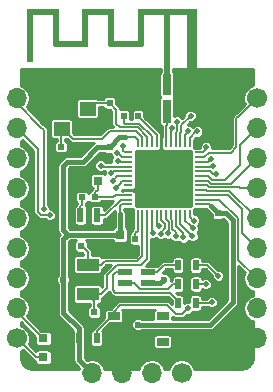
<source format=gtl>
G04 #@! TF.FileFunction,Copper,L1,Top,Signal*
%FSLAX46Y46*%
G04 Gerber Fmt 4.6, Leading zero omitted, Abs format (unit mm)*
G04 Created by KiCad (PCBNEW 4.0.7) date 09/26/18 10:41:12*
%MOMM*%
%LPD*%
G01*
G04 APERTURE LIST*
%ADD10C,0.100000*%
%ADD11C,1.700000*%
%ADD12O,1.700000X1.700000*%
%ADD13R,0.500000X0.900000*%
%ADD14R,1.900000X1.100000*%
%ADD15R,0.800000X0.750000*%
%ADD16R,0.600000X0.500000*%
%ADD17R,0.500000X0.600000*%
%ADD18R,0.750000X0.800000*%
%ADD19R,1.200000X0.550000*%
%ADD20R,0.599440X1.198880*%
%ADD21R,1.400000X1.200000*%
%ADD22R,0.500000X5.400000*%
%ADD23R,0.900000X5.400000*%
%ADD24R,5.000000X0.500000*%
%ADD25R,0.500000X3.140000*%
%ADD26R,3.000000X0.500000*%
%ADD27R,2.700000X0.500000*%
%ADD28R,0.500000X4.440000*%
%ADD29R,0.700000X0.800000*%
%ADD30R,0.700000X0.700000*%
%ADD31R,0.200000X0.800000*%
%ADD32R,0.800000X0.200000*%
%ADD33R,4.500000X4.500000*%
%ADD34C,0.500000*%
%ADD35R,1.050000X0.650000*%
%ADD36C,0.600000*%
%ADD37C,0.400000*%
%ADD38C,0.160000*%
%ADD39C,0.700000*%
%ADD40C,0.254000*%
G04 APERTURE END LIST*
D10*
D11*
X165974000Y-130188000D03*
D12*
X165974000Y-127648000D03*
X165974000Y-125108000D03*
X165974000Y-122568000D03*
X165974000Y-120028000D03*
X165974000Y-117488000D03*
X165974000Y-114948000D03*
X165974000Y-112408000D03*
X165974000Y-109868000D03*
D13*
X179650000Y-125600000D03*
X181150000Y-125600000D03*
D14*
X172000000Y-126450000D03*
X172000000Y-123950000D03*
D15*
X169750000Y-130200000D03*
X168250000Y-130200000D03*
X168250000Y-131800000D03*
X169750000Y-131800000D03*
D16*
X171450000Y-122400000D03*
X172550000Y-122400000D03*
X172550000Y-128000000D03*
X171450000Y-128000000D03*
D17*
X176022000Y-121751000D03*
X176022000Y-122851000D03*
D18*
X174752000Y-121424000D03*
X174752000Y-122924000D03*
D17*
X183019000Y-120692000D03*
X183019000Y-119592000D03*
D15*
X172850000Y-116840000D03*
X171350000Y-116840000D03*
D17*
X173875000Y-115104000D03*
X173875000Y-114004000D03*
X175050000Y-110250000D03*
X175050000Y-111350000D03*
X176250000Y-110250000D03*
X176250000Y-111350000D03*
D19*
X177134000Y-125500000D03*
X177134000Y-124600000D03*
X175134000Y-124600000D03*
X175134000Y-125500000D03*
D11*
X179944000Y-133098000D03*
D12*
X177404000Y-133098000D03*
X174864000Y-133098000D03*
X172324000Y-133098000D03*
D16*
X171535000Y-118237000D03*
X172635000Y-118237000D03*
D20*
X171383960Y-119761000D03*
X172786040Y-119761000D03*
D13*
X171250000Y-130200000D03*
X172750000Y-130200000D03*
X179650000Y-127200000D03*
X181150000Y-127200000D03*
X179650000Y-124000000D03*
X181150000Y-124000000D03*
D21*
X169783000Y-110748000D03*
X169783000Y-112448000D03*
X171983000Y-112448000D03*
X171983000Y-110748000D03*
D22*
X178701000Y-105049320D03*
D23*
X180801000Y-105049320D03*
D24*
X178751000Y-102599320D03*
D25*
X176501000Y-103919320D03*
D26*
X175251000Y-105239320D03*
D25*
X171801000Y-103919320D03*
D26*
X170551000Y-105239320D03*
D25*
X174002000Y-103919320D03*
D27*
X172901000Y-102599320D03*
D25*
X169302000Y-103919320D03*
D27*
X168201000Y-102599320D03*
D28*
X167101000Y-104569320D03*
D29*
X178701000Y-110332000D03*
X178701000Y-109232000D03*
D30*
X177601000Y-111598000D03*
X178701000Y-111598000D03*
D11*
X186294000Y-109868000D03*
D12*
X186294000Y-112408000D03*
X186294000Y-114948000D03*
X186294000Y-117488000D03*
X186294000Y-120028000D03*
X186294000Y-122568000D03*
X186294000Y-125108000D03*
X186294000Y-127648000D03*
X186294000Y-130188000D03*
D16*
X169733000Y-113998000D03*
X170833000Y-113998000D03*
D17*
X173850000Y-110250000D03*
X173850000Y-111350000D03*
D31*
X176233000Y-119648000D03*
X176633000Y-119648000D03*
X177033000Y-119648000D03*
X177433000Y-119648000D03*
X177833000Y-119648000D03*
X178233000Y-119648000D03*
X178633000Y-119648000D03*
X179033000Y-119648000D03*
X179433000Y-119648000D03*
X179833000Y-119648000D03*
X180233000Y-119648000D03*
X180633000Y-119648000D03*
D32*
X181433000Y-118848000D03*
X181433000Y-118448000D03*
X181433000Y-118048000D03*
X181433000Y-117648000D03*
X181433000Y-117248000D03*
X181433000Y-116848000D03*
X181433000Y-116448000D03*
X181433000Y-116048000D03*
X181433000Y-115648000D03*
X181433000Y-115248000D03*
X181433000Y-114848000D03*
X181433000Y-114448000D03*
D31*
X180633000Y-113648000D03*
X180233000Y-113648000D03*
X179833000Y-113648000D03*
X179433000Y-113648000D03*
X179033000Y-113648000D03*
X178633000Y-113648000D03*
X178233000Y-113648000D03*
X177833000Y-113648000D03*
X177433000Y-113648000D03*
X177033000Y-113648000D03*
X176633000Y-113648000D03*
X176233000Y-113648000D03*
D32*
X175433000Y-114448000D03*
X175433000Y-114848000D03*
X175433000Y-115248000D03*
X175433000Y-115648000D03*
X175433000Y-116048000D03*
X175433000Y-116448000D03*
X175433000Y-116848000D03*
X175433000Y-117248000D03*
X175433000Y-117648000D03*
X175433000Y-118048000D03*
X175433000Y-118448000D03*
X175433000Y-118848000D03*
D33*
X178433000Y-116648000D03*
D34*
X176833000Y-115048000D03*
X176833000Y-118248000D03*
X180033000Y-118248000D03*
X180033000Y-115048000D03*
X177833000Y-118248000D03*
X176833000Y-117248000D03*
X176833000Y-116048000D03*
X178833000Y-118248000D03*
X178833000Y-117248000D03*
X178833000Y-116048000D03*
X178833000Y-115048000D03*
X180033000Y-117248000D03*
X180033000Y-116048000D03*
X177833000Y-116048000D03*
X177833000Y-115048000D03*
X177833000Y-117248000D03*
D35*
X174191000Y-128325000D03*
X178341000Y-128325000D03*
X174191000Y-130475000D03*
X178341000Y-130475000D03*
D36*
X183134000Y-130175000D03*
X183261000Y-126365000D03*
X184931010Y-126493262D03*
X169799000Y-129159000D03*
X176149000Y-131064000D03*
X181864000Y-109855000D03*
X181864000Y-109093000D03*
X181864000Y-108204000D03*
X168402000Y-109093000D03*
X170053000Y-109093000D03*
X171323000Y-109093000D03*
X172720000Y-109093000D03*
X174371000Y-109093000D03*
X175895000Y-109093000D03*
X180848000Y-109855000D03*
X180848000Y-109093000D03*
X179832000Y-109855000D03*
X177292000Y-110109000D03*
X171673520Y-113852960D03*
X170561000Y-119634000D03*
X166865300Y-108153200D03*
X168376600Y-108153200D03*
X170027600Y-108153200D03*
X171297600Y-108153200D03*
X172758100Y-108153200D03*
X174371000Y-108153200D03*
X175869600Y-108140500D03*
X177337000Y-108140000D03*
X177338000Y-109098000D03*
X179794000Y-108141000D03*
X180800000Y-108141000D03*
X179794000Y-109099000D03*
X175514000Y-119824500D03*
X173291500Y-111950500D03*
X176276000Y-129032000D03*
X178435000Y-125222000D03*
X169926000Y-125222000D03*
D34*
X180889590Y-120881656D03*
X181006467Y-120231732D03*
X180855490Y-121534993D03*
X180080830Y-121635428D03*
X179433715Y-121540693D03*
X178818946Y-121317554D03*
X178165120Y-121333155D03*
X168783000Y-119761000D03*
X178027549Y-120687044D03*
X177517010Y-121245490D03*
X168275000Y-119253000D03*
X182011485Y-114021697D03*
X180467000Y-127648000D03*
X179117010Y-112367578D03*
X175006000Y-113919000D03*
X174495340Y-114511240D03*
X179535867Y-111854951D03*
X180715807Y-111355010D03*
X173988738Y-116198689D03*
X174117000Y-116840000D03*
X174372262Y-117481311D03*
X173101000Y-115570000D03*
X174535948Y-115163990D03*
X181269640Y-112664240D03*
X180527960Y-112659160D03*
X181991000Y-125603000D03*
X182440978Y-114994953D03*
X182499000Y-127127000D03*
X182625991Y-115634368D03*
X183037990Y-124903694D03*
X182845542Y-116304100D03*
D37*
X183642000Y-123698000D02*
X183642000Y-125984000D01*
X183642000Y-125984000D02*
X183261000Y-126365000D01*
X183019000Y-123075000D02*
X183642000Y-123698000D01*
X183019000Y-120692000D02*
X183019000Y-123075000D01*
X184931010Y-126917526D02*
X184931010Y-126493262D01*
X184931010Y-128825010D02*
X184931010Y-126917526D01*
X186294000Y-130188000D02*
X184931010Y-128825010D01*
X169799000Y-129159000D02*
X169799000Y-130151000D01*
X169799000Y-130151000D02*
X169750000Y-130200000D01*
X174864000Y-133098000D02*
X174864000Y-132349000D01*
X174864000Y-132349000D02*
X176149000Y-131064000D01*
X181864000Y-108204000D02*
X181864000Y-109093000D01*
X170833000Y-113998000D02*
X171528480Y-113998000D01*
X171528480Y-113998000D02*
X171673520Y-113852960D01*
D38*
X175433000Y-117648000D02*
X176022000Y-117648000D01*
X176833000Y-118248000D02*
X176233000Y-117648000D01*
X176233000Y-117648000D02*
X176022000Y-117648000D01*
X175433000Y-117648000D02*
X177433000Y-117648000D01*
X177433000Y-117648000D02*
X178433000Y-116648000D01*
D37*
X170561000Y-117629000D02*
X170561000Y-119634000D01*
X171350000Y-116840000D02*
X170561000Y-117629000D01*
X170027600Y-108153200D02*
X168376600Y-108153200D01*
X172758100Y-108153200D02*
X171297600Y-108153200D01*
X175869600Y-108140500D02*
X174383700Y-108140500D01*
X174383700Y-108140500D02*
X174371000Y-108153200D01*
X176250000Y-110250000D02*
X176250000Y-110186000D01*
X176250000Y-110186000D02*
X177338000Y-109098000D01*
X179794000Y-109099000D02*
X179794000Y-108141000D01*
X180801000Y-108140000D02*
X180801000Y-105049320D01*
X180801000Y-108140000D02*
X180800000Y-108141000D01*
D38*
X176022000Y-122851000D02*
X175746500Y-122851000D01*
X175514000Y-122618500D02*
X175514000Y-119824500D01*
X175746500Y-122851000D02*
X175514000Y-122618500D01*
D37*
X171983000Y-112448000D02*
X172794000Y-112448000D01*
X172794000Y-112448000D02*
X173291500Y-111950500D01*
X176276000Y-129032000D02*
X182372000Y-129032000D01*
X182372000Y-129032000D02*
X184277000Y-127127000D01*
X184277000Y-127127000D02*
X184277000Y-120200000D01*
X184277000Y-120200000D02*
X183669000Y-119592000D01*
X183669000Y-119592000D02*
X183019000Y-119592000D01*
X177134000Y-125500000D02*
X178157000Y-125500000D01*
X178157000Y-125500000D02*
X178435000Y-125222000D01*
X169926000Y-123825000D02*
X169926000Y-125222000D01*
X169926000Y-127508000D02*
X169926000Y-125222000D01*
X178157000Y-125500000D02*
X178435000Y-125222000D01*
X171250000Y-130200000D02*
X171250000Y-132024000D01*
X171250000Y-132024000D02*
X172324000Y-133098000D01*
X169926000Y-126492000D02*
X169926000Y-127508000D01*
X169926000Y-127508000D02*
X169926000Y-128026000D01*
X169926000Y-128026000D02*
X171250000Y-129350000D01*
X171250000Y-129350000D02*
X171250000Y-130200000D01*
X169926000Y-126492000D02*
X169926000Y-127400000D01*
X169926000Y-128026000D02*
X169926000Y-127400000D01*
X171577000Y-115231011D02*
X172804011Y-114004000D01*
X169906998Y-115589002D02*
X170264989Y-115231011D01*
X170264989Y-115231011D02*
X171577000Y-115231011D01*
X169906998Y-117983000D02*
X169906998Y-116901013D01*
X169906998Y-119947922D02*
X169906998Y-117983000D01*
X169906998Y-117983000D02*
X169906998Y-115589002D01*
X169926000Y-126492000D02*
X169926000Y-123825000D01*
X169926000Y-123825000D02*
X169926000Y-121817000D01*
X169926000Y-127635000D02*
X169926000Y-126492000D01*
X169926000Y-121817000D02*
X170319000Y-121424000D01*
X170319000Y-121424000D02*
X169906998Y-121011998D01*
X169906998Y-121011998D02*
X169906998Y-119947922D01*
X171958000Y-121424000D02*
X170998498Y-121424000D01*
X172466000Y-121424000D02*
X171958000Y-121424000D01*
X171958000Y-121424000D02*
X170319000Y-121424000D01*
X172466000Y-121424000D02*
X171383076Y-121424000D01*
X174244000Y-121424000D02*
X172466000Y-121424000D01*
X174244000Y-121424000D02*
X173977000Y-121424000D01*
X174752000Y-121424000D02*
X174244000Y-121424000D01*
X173225000Y-114004000D02*
X173875000Y-114004000D01*
X172804011Y-114004000D02*
X173225000Y-114004000D01*
X174752000Y-121424000D02*
X174752000Y-121449000D01*
D38*
X174752000Y-118999000D02*
X174752000Y-119634000D01*
X174903000Y-118848000D02*
X174752000Y-118999000D01*
X175433000Y-118848000D02*
X174903000Y-118848000D01*
D37*
X174752000Y-119634000D02*
X174752000Y-121424000D01*
D38*
X175433000Y-118848000D02*
X175030000Y-118848000D01*
D37*
X174672000Y-113157000D02*
X173875000Y-113954000D01*
X175133000Y-113157000D02*
X174672000Y-113157000D01*
X173875000Y-113954000D02*
X173875000Y-114004000D01*
D38*
X176022000Y-113157000D02*
X175133000Y-113157000D01*
X176233000Y-113368000D02*
X176022000Y-113157000D01*
X176233000Y-113648000D02*
X176233000Y-113368000D01*
X182325000Y-118848000D02*
X182476000Y-118999000D01*
D37*
X183019000Y-119592000D02*
X183019000Y-119542000D01*
X183019000Y-119542000D02*
X182476000Y-118999000D01*
D38*
X181433000Y-118848000D02*
X182325000Y-118848000D01*
X172000000Y-123950000D02*
X172000000Y-122900000D01*
X172000000Y-122900000D02*
X171500000Y-122400000D01*
X171500000Y-122400000D02*
X171450000Y-122400000D01*
X173110000Y-123950000D02*
X172000000Y-123950000D01*
X173422011Y-123637989D02*
X173110000Y-123950000D01*
X176206213Y-123637989D02*
X173422011Y-123637989D01*
X176633000Y-123211202D02*
X176206213Y-123637989D01*
X176633000Y-121539000D02*
X176633000Y-123211202D01*
X176633000Y-121300000D02*
X176633000Y-121539000D01*
X176633000Y-119648000D02*
X176633000Y-121300000D01*
X176633000Y-121539000D02*
X176633000Y-121734000D01*
X172550000Y-128000000D02*
X172550000Y-127000000D01*
X172550000Y-127000000D02*
X172000000Y-126450000D01*
X172000000Y-126450000D02*
X173110000Y-126450000D01*
X173110000Y-126450000D02*
X173609000Y-125951000D01*
X173609000Y-125951000D02*
X173609000Y-124852999D01*
X173609000Y-124852999D02*
X174509999Y-123952000D01*
X174509999Y-123952000D02*
X176530000Y-123952000D01*
X176530000Y-123952000D02*
X177033000Y-123449000D01*
X177033000Y-123449000D02*
X177033000Y-120208000D01*
X177033000Y-120208000D02*
X177033000Y-119648000D01*
X176233000Y-119648000D02*
X176233000Y-120777000D01*
X176022000Y-121751000D02*
X176022000Y-121291000D01*
X176022000Y-121291000D02*
X176233000Y-121080000D01*
X176233000Y-121080000D02*
X176233000Y-120777000D01*
X172635000Y-118237000D02*
X174182000Y-118237000D01*
X174182000Y-118237000D02*
X174371000Y-118048000D01*
X174371000Y-118048000D02*
X175433000Y-118048000D01*
X172850000Y-116840000D02*
X172850000Y-117602000D01*
X172635000Y-117817000D02*
X172850000Y-117602000D01*
X172635000Y-118237000D02*
X172635000Y-117817000D01*
X177433000Y-113648000D02*
X177433000Y-113088000D01*
X177433000Y-113088000D02*
X176365978Y-112020978D01*
X176365978Y-112020978D02*
X175139978Y-112020978D01*
X175139978Y-112020978D02*
X175050000Y-111931000D01*
X175050000Y-111931000D02*
X175050000Y-111350000D01*
X175050000Y-111350000D02*
X175050000Y-111550000D01*
X176250000Y-111350000D02*
X176250000Y-111400000D01*
X176250000Y-111400000D02*
X177833000Y-112983000D01*
X177833000Y-112983000D02*
X177833000Y-113088000D01*
X177833000Y-113088000D02*
X177833000Y-113648000D01*
X178701000Y-111598000D02*
X178701000Y-112098520D01*
X178633000Y-112166520D02*
X178633000Y-113648000D01*
X178701000Y-112098520D02*
X178633000Y-112166520D01*
X178633000Y-111666000D02*
X178701000Y-111598000D01*
D39*
X178701000Y-111598000D02*
X178701000Y-110332000D01*
X178701000Y-110332500D02*
X178701500Y-110332000D01*
X178701000Y-110332500D02*
X178701500Y-110332000D01*
D38*
X179650000Y-124000000D02*
X178943000Y-124000000D01*
X177134000Y-124600000D02*
X177894000Y-124600000D01*
X177894000Y-124600000D02*
X178494000Y-124000000D01*
X178494000Y-124000000D02*
X178943000Y-124000000D01*
X179650000Y-123800000D02*
X179650000Y-124000000D01*
X175134000Y-124600000D02*
X174374000Y-124600000D01*
X179650000Y-127000000D02*
X179650000Y-127200000D01*
X174374000Y-124600000D02*
X174117000Y-124857000D01*
X174117000Y-124857000D02*
X174117000Y-126111000D01*
X174117000Y-126111000D02*
X174329011Y-126323011D01*
X174329011Y-126323011D02*
X178973011Y-126323011D01*
X178973011Y-126323011D02*
X179650000Y-127000000D01*
X179650000Y-125600000D02*
X179240000Y-125600000D01*
X179240000Y-125600000D02*
X178830999Y-126009001D01*
X178830999Y-126009001D02*
X176403001Y-126009001D01*
X176403001Y-126009001D02*
X175894000Y-125500000D01*
X175894000Y-125500000D02*
X175134000Y-125500000D01*
X179650000Y-125800000D02*
X179650000Y-125600000D01*
X179650000Y-125600000D02*
X179650000Y-125400000D01*
X171535000Y-118237000D02*
X171535000Y-118872000D01*
X171383960Y-119761000D02*
X171383960Y-119001560D01*
X171383960Y-119001560D02*
X171513520Y-118872000D01*
X171513520Y-118872000D02*
X171535000Y-118872000D01*
X174795000Y-118448000D02*
X173482000Y-119761000D01*
X173482000Y-119761000D02*
X172786040Y-119761000D01*
X174795000Y-118448000D02*
X175433000Y-118448000D01*
X178701000Y-105049320D02*
X178701000Y-109232000D01*
D39*
X178701000Y-109232000D02*
X178701000Y-107995000D01*
X178701000Y-107995000D02*
X178702000Y-107994000D01*
D38*
X168250000Y-130200000D02*
X168225000Y-130200000D01*
X168225000Y-130200000D02*
X165974000Y-127949000D01*
X165974000Y-127949000D02*
X165974000Y-127648000D01*
X180639591Y-120631657D02*
X180889590Y-120881656D01*
X180233000Y-120225066D02*
X180639591Y-120631657D01*
X180233000Y-119648000D02*
X180233000Y-120225066D01*
X168250000Y-131800000D02*
X167586000Y-131800000D01*
X167586000Y-131800000D02*
X165974000Y-130188000D01*
X165974000Y-130238000D02*
X165974000Y-130188000D01*
X180633000Y-119948000D02*
X180916732Y-120231732D01*
X180633000Y-119648000D02*
X180633000Y-119948000D01*
X180916732Y-120231732D02*
X181006467Y-120231732D01*
X180605491Y-121284994D02*
X180855490Y-121534993D01*
X179833000Y-120512503D02*
X180605491Y-121284994D01*
X179833000Y-119648000D02*
X179833000Y-120512503D01*
X179433000Y-119648000D02*
X179482753Y-119697753D01*
X179482753Y-120683798D02*
X180080830Y-121281875D01*
X180080830Y-121281875D02*
X180080830Y-121635428D01*
X179482753Y-119697753D02*
X179482753Y-120683798D01*
X179033000Y-120089039D02*
X179168743Y-120224782D01*
X179033000Y-119648000D02*
X179033000Y-120089039D01*
X179168743Y-120224782D02*
X179168743Y-120922168D01*
X179433715Y-121187140D02*
X179433715Y-121540693D01*
X179168743Y-120922168D02*
X179433715Y-121187140D01*
X178854732Y-120354849D02*
X178854732Y-121281768D01*
X178633000Y-119648000D02*
X178633000Y-120133117D01*
X178633000Y-120133117D02*
X178854732Y-120354849D01*
X178854732Y-121281768D02*
X178818946Y-121317554D01*
X178233000Y-119648000D02*
X178233000Y-120208000D01*
X178233000Y-120208000D02*
X178540721Y-120515721D01*
X178165120Y-121249238D02*
X178165120Y-121333155D01*
X178540721Y-120873637D02*
X178165120Y-121249238D01*
X178540721Y-120515721D02*
X178540721Y-120873637D01*
X167767000Y-119461322D02*
X168066678Y-119761000D01*
X168066678Y-119761000D02*
X168783000Y-119761000D01*
X165974000Y-112408000D02*
X167767000Y-114201000D01*
X167767000Y-114201000D02*
X167767000Y-119461322D01*
X177833000Y-119648000D02*
X177833000Y-120492495D01*
X177833000Y-120492495D02*
X178027549Y-120687044D01*
X177433000Y-119648000D02*
X177433000Y-121161480D01*
X177433000Y-121161480D02*
X177517010Y-121245490D01*
X165974000Y-110258000D02*
X167984000Y-112268000D01*
X168275000Y-119253000D02*
X168275000Y-112559000D01*
X168275000Y-112559000D02*
X167984000Y-112268000D01*
X184795160Y-111366840D02*
X186294000Y-109868000D01*
X184591960Y-111570040D02*
X184795160Y-111366840D01*
X181433000Y-114848000D02*
X181869676Y-114848000D01*
X181869676Y-114848000D02*
X182250036Y-114467640D01*
X182250036Y-114467640D02*
X184094120Y-114467640D01*
X184094120Y-114467640D02*
X184591960Y-113969800D01*
X184591960Y-113969800D02*
X184591960Y-111570040D01*
X185444001Y-113257999D02*
X186294000Y-112408000D01*
X184905971Y-113796029D02*
X185444001Y-113257999D01*
X184905971Y-115535389D02*
X184905971Y-113796029D01*
X183653258Y-116788102D02*
X184905971Y-115535389D01*
X182561900Y-116788102D02*
X183653258Y-116788102D01*
X182221798Y-116448000D02*
X182561900Y-116788102D01*
X181433000Y-116448000D02*
X182221798Y-116448000D01*
X182401194Y-117102113D02*
X184139887Y-117102113D01*
X185444001Y-115797999D02*
X186294000Y-114948000D01*
X184139887Y-117102113D02*
X185444001Y-115797999D01*
X181433000Y-116848000D02*
X182147081Y-116848000D01*
X182147081Y-116848000D02*
X182401194Y-117102113D01*
X182232642Y-117416122D02*
X184856120Y-117416122D01*
X184927998Y-117488000D02*
X186294000Y-117488000D01*
X184856120Y-117416122D02*
X184927998Y-117488000D01*
X182064520Y-117248000D02*
X182232642Y-117416122D01*
X181433000Y-117248000D02*
X182064520Y-117248000D01*
X183996132Y-117730132D02*
X186294000Y-120028000D01*
X182075132Y-117730132D02*
X183996132Y-117730132D01*
X181993000Y-117648000D02*
X182075132Y-117730132D01*
X181433000Y-117648000D02*
X181993000Y-117648000D01*
X185444001Y-121718001D02*
X186294000Y-122568000D01*
X185025022Y-121299022D02*
X185444001Y-121718001D01*
X183869922Y-118048000D02*
X185025022Y-119203100D01*
X181433000Y-118048000D02*
X183869922Y-118048000D01*
X185025022Y-119203100D02*
X185025022Y-121299022D01*
X181433000Y-118448000D02*
X183138784Y-118448000D01*
X183138784Y-118448000D02*
X184711011Y-120020227D01*
X184711011Y-120020227D02*
X184711011Y-123525011D01*
X184711011Y-123525011D02*
X186294000Y-125108000D01*
X179959000Y-128143000D02*
X179451000Y-128143000D01*
X178708000Y-127400000D02*
X178600000Y-127400000D01*
X179451000Y-128143000D02*
X178708000Y-127400000D01*
X174191000Y-128325000D02*
X174191000Y-127942000D01*
X174191000Y-127942000D02*
X174733000Y-127400000D01*
X174733000Y-127400000D02*
X178600000Y-127400000D01*
X181733000Y-114448000D02*
X182011485Y-114169515D01*
X182011485Y-114169515D02*
X182011485Y-114021697D01*
X180467000Y-127648000D02*
X180467000Y-127635000D01*
X180467000Y-127635000D02*
X179959000Y-128143000D01*
X172750000Y-129590000D02*
X174125000Y-128215000D01*
X172750000Y-129590000D02*
X172750000Y-130200000D01*
X172750000Y-130200000D02*
X172750000Y-130000000D01*
X181433000Y-114448000D02*
X181733000Y-114448000D01*
X179033000Y-112451588D02*
X179117010Y-112367578D01*
X179033000Y-113648000D02*
X179033000Y-112451588D01*
X179033000Y-113648000D02*
X179033000Y-112649000D01*
X179033000Y-112649000D02*
X179033000Y-112612000D01*
X175006000Y-114300000D02*
X175006000Y-113919000D01*
X175154000Y-114448000D02*
X175006000Y-114300000D01*
X175433000Y-114448000D02*
X175154000Y-114448000D01*
X175683000Y-114448000D02*
X175383000Y-114448000D01*
X174911798Y-114848000D02*
X174575038Y-114511240D01*
X175433000Y-114848000D02*
X174911798Y-114848000D01*
X174575038Y-114511240D02*
X174495340Y-114511240D01*
X179601012Y-112599900D02*
X179601012Y-111920096D01*
X179433000Y-112767912D02*
X179601012Y-112599900D01*
X179601012Y-111920096D02*
X179535867Y-111854951D01*
X179433000Y-113648000D02*
X179433000Y-112767912D01*
X179833000Y-112811990D02*
X179915023Y-112729967D01*
X179915023Y-112155794D02*
X180715807Y-111355010D01*
X179833000Y-113648000D02*
X179833000Y-112811990D01*
X179915023Y-112729967D02*
X179915023Y-112155794D01*
X174139427Y-116048000D02*
X173988738Y-116198689D01*
X175433000Y-116048000D02*
X174139427Y-116048000D01*
X174917078Y-116448000D02*
X174509000Y-116448000D01*
X174509000Y-116448000D02*
X174117000Y-116840000D01*
X175433000Y-116448000D02*
X174917078Y-116448000D01*
X175433000Y-116848000D02*
X174873000Y-116848000D01*
X174798999Y-116922001D02*
X174798999Y-117054574D01*
X174622261Y-117231312D02*
X174372262Y-117481311D01*
X174873000Y-116848000D02*
X174798999Y-116922001D01*
X174798999Y-117054574D02*
X174622261Y-117231312D01*
X173179000Y-115648000D02*
X173101000Y-115570000D01*
X175433000Y-115648000D02*
X173179000Y-115648000D01*
X174619958Y-115248000D02*
X174535948Y-115163990D01*
X175433000Y-115248000D02*
X174619958Y-115248000D01*
X180633000Y-113648000D02*
X180633000Y-113239920D01*
X181208680Y-112664240D02*
X181269640Y-112664240D01*
X180633000Y-113239920D02*
X181208680Y-112664240D01*
X180527960Y-112659160D02*
X180233000Y-112954120D01*
X180233000Y-112954120D02*
X180233000Y-113648000D01*
X181150000Y-125600000D02*
X181988000Y-125600000D01*
X181988000Y-125600000D02*
X181991000Y-125603000D01*
X181433000Y-115248000D02*
X182187931Y-115248000D01*
X182187931Y-115248000D02*
X182190979Y-115244952D01*
X182190979Y-115244952D02*
X182440978Y-114994953D01*
X181150000Y-127200000D02*
X182426000Y-127200000D01*
X182426000Y-127200000D02*
X182499000Y-127127000D01*
X182612359Y-115648000D02*
X182625991Y-115634368D01*
X181433000Y-115648000D02*
X182612359Y-115648000D01*
X182787991Y-124653695D02*
X183037990Y-124903694D01*
X182134296Y-124000000D02*
X182787991Y-124653695D01*
X181150000Y-124000000D02*
X182134296Y-124000000D01*
X182579399Y-116304100D02*
X182845542Y-116304100D01*
X181433000Y-116048000D02*
X182323299Y-116048000D01*
X182323299Y-116048000D02*
X182579399Y-116304100D01*
X169733000Y-113998000D02*
X169733000Y-112498000D01*
X176633000Y-113176156D02*
X176633000Y-113648000D01*
X176105844Y-112649000D02*
X176633000Y-113176156D01*
X173863000Y-112649000D02*
X176105844Y-112649000D01*
X173229999Y-113282001D02*
X173863000Y-112649000D01*
X170717001Y-113282001D02*
X173229999Y-113282001D01*
X169883000Y-112448000D02*
X170717001Y-113282001D01*
X169783000Y-112448000D02*
X169883000Y-112448000D01*
X169733000Y-112498000D02*
X169783000Y-112448000D01*
X174371000Y-110821000D02*
X173850000Y-110300000D01*
X173850000Y-110300000D02*
X173850000Y-110250000D01*
X177033000Y-113648000D02*
X177033000Y-113132078D01*
X177033000Y-113132078D02*
X176235911Y-112334989D01*
X176235911Y-112334989D02*
X174691989Y-112334989D01*
X174691989Y-112334989D02*
X174371000Y-112014000D01*
X174371000Y-112014000D02*
X174371000Y-110821000D01*
X173850000Y-110250000D02*
X172481000Y-110250000D01*
X172481000Y-110250000D02*
X171983000Y-110748000D01*
D40*
G36*
X178164495Y-107683990D02*
X178118032Y-107753527D01*
X178070000Y-107995000D01*
X178070000Y-108804816D01*
X178064495Y-108832000D01*
X178064495Y-109632000D01*
X178084089Y-109736132D01*
X178113503Y-109781844D01*
X178087068Y-109820534D01*
X178064495Y-109932000D01*
X178064495Y-110732000D01*
X178070000Y-110761256D01*
X178070000Y-111220816D01*
X178064495Y-111248000D01*
X178064495Y-111948000D01*
X178084089Y-112052132D01*
X178145631Y-112147772D01*
X178239534Y-112211932D01*
X178272000Y-112218507D01*
X178272000Y-113132243D01*
X178269068Y-113136534D01*
X178246495Y-113248000D01*
X178246495Y-114048000D01*
X178266089Y-114152132D01*
X178327631Y-114247772D01*
X178421534Y-114311932D01*
X178533000Y-114334505D01*
X178733000Y-114334505D01*
X178836672Y-114314998D01*
X178933000Y-114334505D01*
X179133000Y-114334505D01*
X179236672Y-114314998D01*
X179333000Y-114334505D01*
X179533000Y-114334505D01*
X179636672Y-114314998D01*
X179733000Y-114334505D01*
X179933000Y-114334505D01*
X180036672Y-114314998D01*
X180133000Y-114334505D01*
X180333000Y-114334505D01*
X180436672Y-114314998D01*
X180533000Y-114334505D01*
X180733000Y-114334505D01*
X180749871Y-114331331D01*
X180746495Y-114348000D01*
X180746495Y-114548000D01*
X180766002Y-114651672D01*
X180746495Y-114748000D01*
X180746495Y-114948000D01*
X180766002Y-115051672D01*
X180746495Y-115148000D01*
X180746495Y-115348000D01*
X180766002Y-115451672D01*
X180746495Y-115548000D01*
X180746495Y-115748000D01*
X180766002Y-115851672D01*
X180746495Y-115948000D01*
X180746495Y-116148000D01*
X180766002Y-116251672D01*
X180746495Y-116348000D01*
X180746495Y-116548000D01*
X180766002Y-116651672D01*
X180746495Y-116748000D01*
X180746495Y-116948000D01*
X180766002Y-117051672D01*
X180746495Y-117148000D01*
X180746495Y-117348000D01*
X180766002Y-117451672D01*
X180746495Y-117548000D01*
X180746495Y-117748000D01*
X180766002Y-117851672D01*
X180746495Y-117948000D01*
X180746495Y-118148000D01*
X180766002Y-118251672D01*
X180746495Y-118348000D01*
X180746495Y-118548000D01*
X180766002Y-118651672D01*
X180746495Y-118748000D01*
X180746495Y-118948000D01*
X180749669Y-118964871D01*
X180733000Y-118961495D01*
X180533000Y-118961495D01*
X180429328Y-118981002D01*
X180333000Y-118961495D01*
X180133000Y-118961495D01*
X180029328Y-118981002D01*
X179933000Y-118961495D01*
X179733000Y-118961495D01*
X179629328Y-118981002D01*
X179533000Y-118961495D01*
X179333000Y-118961495D01*
X179229328Y-118981002D01*
X179133000Y-118961495D01*
X178933000Y-118961495D01*
X178829328Y-118981002D01*
X178733000Y-118961495D01*
X178533000Y-118961495D01*
X178429328Y-118981002D01*
X178333000Y-118961495D01*
X178133000Y-118961495D01*
X178029328Y-118981002D01*
X177933000Y-118961495D01*
X177733000Y-118961495D01*
X177629328Y-118981002D01*
X177533000Y-118961495D01*
X177333000Y-118961495D01*
X177229328Y-118981002D01*
X177133000Y-118961495D01*
X176933000Y-118961495D01*
X176829328Y-118981002D01*
X176733000Y-118961495D01*
X176533000Y-118961495D01*
X176429328Y-118981002D01*
X176333000Y-118961495D01*
X176133000Y-118961495D01*
X176116129Y-118964669D01*
X176119505Y-118948000D01*
X176119505Y-118748000D01*
X176099998Y-118644328D01*
X176119505Y-118548000D01*
X176119505Y-118348000D01*
X176099998Y-118244328D01*
X176119505Y-118148000D01*
X176119505Y-117948000D01*
X176099911Y-117843868D01*
X176038369Y-117748228D01*
X175944466Y-117684068D01*
X175833000Y-117661495D01*
X175033000Y-117661495D01*
X174928868Y-117681089D01*
X174919682Y-117687000D01*
X174861811Y-117687000D01*
X174899292Y-117596735D01*
X174921534Y-117611932D01*
X175033000Y-117634505D01*
X175833000Y-117634505D01*
X175937132Y-117614911D01*
X176032772Y-117553369D01*
X176096932Y-117459466D01*
X176119505Y-117348000D01*
X176119505Y-117148000D01*
X176099998Y-117044328D01*
X176119505Y-116948000D01*
X176119505Y-116748000D01*
X176099998Y-116644328D01*
X176119505Y-116548000D01*
X176119505Y-116348000D01*
X176099998Y-116244328D01*
X176119505Y-116148000D01*
X176119505Y-115948000D01*
X176099998Y-115844328D01*
X176119505Y-115748000D01*
X176119505Y-115548000D01*
X176099998Y-115444328D01*
X176119505Y-115348000D01*
X176119505Y-115148000D01*
X176099998Y-115044328D01*
X176119505Y-114948000D01*
X176119505Y-114748000D01*
X176099998Y-114644328D01*
X176119505Y-114548000D01*
X176119505Y-114348000D01*
X176116331Y-114331129D01*
X176133000Y-114334505D01*
X176333000Y-114334505D01*
X176436672Y-114314998D01*
X176533000Y-114334505D01*
X176733000Y-114334505D01*
X176836672Y-114314998D01*
X176933000Y-114334505D01*
X177133000Y-114334505D01*
X177236672Y-114314998D01*
X177333000Y-114334505D01*
X177533000Y-114334505D01*
X177636672Y-114314998D01*
X177733000Y-114334505D01*
X177933000Y-114334505D01*
X178037132Y-114314911D01*
X178132772Y-114253369D01*
X178196932Y-114159466D01*
X178219505Y-114048000D01*
X178219505Y-113248000D01*
X178199911Y-113143868D01*
X178194000Y-113134682D01*
X178194000Y-112983005D01*
X178194001Y-112983000D01*
X178166521Y-112844851D01*
X178148229Y-112817475D01*
X178088266Y-112727734D01*
X178088263Y-112727732D01*
X176786505Y-111425973D01*
X176786505Y-111050000D01*
X176766911Y-110945868D01*
X176705369Y-110850228D01*
X176611466Y-110786068D01*
X176500000Y-110763495D01*
X176000000Y-110763495D01*
X175895868Y-110783089D01*
X175800228Y-110844631D01*
X175736068Y-110938534D01*
X175713495Y-111050000D01*
X175713495Y-111650000D01*
X175715373Y-111659978D01*
X175584484Y-111659978D01*
X175586505Y-111650000D01*
X175586505Y-111050000D01*
X175566911Y-110945868D01*
X175505369Y-110850228D01*
X175411466Y-110786068D01*
X175300000Y-110763495D01*
X174800000Y-110763495D01*
X174723428Y-110777903D01*
X174704521Y-110682851D01*
X174626266Y-110565734D01*
X174626263Y-110565732D01*
X174386505Y-110325974D01*
X174386505Y-109950000D01*
X174366911Y-109845868D01*
X174305369Y-109750228D01*
X174211466Y-109686068D01*
X174100000Y-109663495D01*
X173600000Y-109663495D01*
X173495868Y-109683089D01*
X173400228Y-109744631D01*
X173336068Y-109838534D01*
X173325848Y-109889000D01*
X172801684Y-109889000D01*
X172794466Y-109884068D01*
X172683000Y-109861495D01*
X171283000Y-109861495D01*
X171178868Y-109881089D01*
X171083228Y-109942631D01*
X171019068Y-110036534D01*
X170996495Y-110148000D01*
X170996495Y-111348000D01*
X171016089Y-111452132D01*
X171077631Y-111547772D01*
X171171534Y-111611932D01*
X171283000Y-111634505D01*
X172683000Y-111634505D01*
X172787132Y-111614911D01*
X172882772Y-111553369D01*
X172946932Y-111459466D01*
X172969505Y-111348000D01*
X172969505Y-110611000D01*
X173324973Y-110611000D01*
X173333089Y-110654132D01*
X173394631Y-110749772D01*
X173488534Y-110813932D01*
X173600000Y-110836505D01*
X173875974Y-110836505D01*
X174010000Y-110970531D01*
X174010000Y-112013995D01*
X174009999Y-112014000D01*
X174037479Y-112152149D01*
X174115734Y-112269266D01*
X174134468Y-112288000D01*
X173863005Y-112288000D01*
X173863000Y-112287999D01*
X173735107Y-112313439D01*
X173724851Y-112315479D01*
X173607734Y-112393734D01*
X173607732Y-112393737D01*
X173080467Y-112921001D01*
X170866532Y-112921001D01*
X170769505Y-112823974D01*
X170769505Y-111848000D01*
X170749911Y-111743868D01*
X170688369Y-111648228D01*
X170594466Y-111584068D01*
X170483000Y-111561495D01*
X169083000Y-111561495D01*
X168978868Y-111581089D01*
X168883228Y-111642631D01*
X168819068Y-111736534D01*
X168796495Y-111848000D01*
X168796495Y-113048000D01*
X168816089Y-113152132D01*
X168877631Y-113247772D01*
X168971534Y-113311932D01*
X169083000Y-113334505D01*
X169372000Y-113334505D01*
X169372000Y-113472973D01*
X169328868Y-113481089D01*
X169233228Y-113542631D01*
X169169068Y-113636534D01*
X169146495Y-113748000D01*
X169146495Y-114248000D01*
X169166089Y-114352132D01*
X169227631Y-114447772D01*
X169321534Y-114511932D01*
X169433000Y-114534505D01*
X170033000Y-114534505D01*
X170137132Y-114514911D01*
X170232772Y-114453369D01*
X170296932Y-114359466D01*
X170319505Y-114248000D01*
X170319505Y-113748000D01*
X170299911Y-113643868D01*
X170238369Y-113548228D01*
X170144466Y-113484068D01*
X170094000Y-113473848D01*
X170094000Y-113334505D01*
X170258974Y-113334505D01*
X170461733Y-113537264D01*
X170461735Y-113537267D01*
X170544448Y-113592534D01*
X170578852Y-113615522D01*
X170717001Y-113643002D01*
X170717006Y-113643001D01*
X172495142Y-113643001D01*
X172463893Y-113663881D01*
X171377764Y-114750011D01*
X170264989Y-114750011D01*
X170080918Y-114786625D01*
X170018415Y-114828389D01*
X169924871Y-114890892D01*
X169566880Y-115248884D01*
X169462612Y-115404931D01*
X169425998Y-115589002D01*
X169425998Y-121011998D01*
X169459980Y-121182836D01*
X169462612Y-121196069D01*
X169566880Y-121352116D01*
X169638764Y-121424000D01*
X169585882Y-121476882D01*
X169481614Y-121632929D01*
X169445000Y-121817000D01*
X169445000Y-124881220D01*
X169433740Y-124892460D01*
X169345102Y-125105925D01*
X169344900Y-125337061D01*
X169433165Y-125550680D01*
X169445000Y-125562536D01*
X169445000Y-128026000D01*
X169467308Y-128138149D01*
X169481614Y-128210071D01*
X169585882Y-128366118D01*
X170769000Y-129549237D01*
X170769000Y-129590336D01*
X170736068Y-129638534D01*
X170713495Y-129750000D01*
X170713495Y-130650000D01*
X170733089Y-130754132D01*
X170769000Y-130809940D01*
X170769000Y-132024000D01*
X170796251Y-132161000D01*
X170805614Y-132208071D01*
X170909882Y-132364118D01*
X171264110Y-132718346D01*
X171253438Y-132772000D01*
X167294065Y-132772000D01*
X166911895Y-132695982D01*
X166617636Y-132499364D01*
X166421017Y-132205104D01*
X166345000Y-131822935D01*
X166345000Y-131258450D01*
X166478682Y-131203214D01*
X167330732Y-132055263D01*
X167330734Y-132055266D01*
X167447851Y-132133521D01*
X167563495Y-132156524D01*
X167563495Y-132175000D01*
X167583089Y-132279132D01*
X167644631Y-132374772D01*
X167738534Y-132438932D01*
X167850000Y-132461505D01*
X168650000Y-132461505D01*
X168754132Y-132441911D01*
X168849772Y-132380369D01*
X168913932Y-132286466D01*
X168936505Y-132175000D01*
X168936505Y-131425000D01*
X168916911Y-131320868D01*
X168855369Y-131225228D01*
X168761466Y-131161068D01*
X168650000Y-131138495D01*
X167850000Y-131138495D01*
X167745868Y-131158089D01*
X167650228Y-131219631D01*
X167595809Y-131299278D01*
X166989110Y-130692578D01*
X167104804Y-130413957D01*
X167105196Y-129964017D01*
X166933375Y-129548177D01*
X166615497Y-129229744D01*
X166345000Y-129117423D01*
X166345000Y-128830532D01*
X167563495Y-130049026D01*
X167563495Y-130575000D01*
X167583089Y-130679132D01*
X167644631Y-130774772D01*
X167738534Y-130838932D01*
X167850000Y-130861505D01*
X168650000Y-130861505D01*
X168754132Y-130841911D01*
X168849772Y-130780369D01*
X168913932Y-130686466D01*
X168936505Y-130575000D01*
X168936505Y-129825000D01*
X168916911Y-129720868D01*
X168855369Y-129625228D01*
X168761466Y-129561068D01*
X168650000Y-129538495D01*
X168074026Y-129538495D01*
X166870947Y-128335416D01*
X167041066Y-128080815D01*
X167127158Y-127648000D01*
X167041066Y-127215185D01*
X166795896Y-126848262D01*
X166428973Y-126603092D01*
X166345000Y-126586389D01*
X166345000Y-126169611D01*
X166428973Y-126152908D01*
X166795896Y-125907738D01*
X167041066Y-125540815D01*
X167127158Y-125108000D01*
X167041066Y-124675185D01*
X166795896Y-124308262D01*
X166428973Y-124063092D01*
X166345000Y-124046389D01*
X166345000Y-123629611D01*
X166428973Y-123612908D01*
X166795896Y-123367738D01*
X167041066Y-123000815D01*
X167127158Y-122568000D01*
X167041066Y-122135185D01*
X166795896Y-121768262D01*
X166428973Y-121523092D01*
X166345000Y-121506389D01*
X166345000Y-121089611D01*
X166428973Y-121072908D01*
X166795896Y-120827738D01*
X167041066Y-120460815D01*
X167127158Y-120028000D01*
X167041066Y-119595185D01*
X166795896Y-119228262D01*
X166428973Y-118983092D01*
X166345000Y-118966389D01*
X166345000Y-118549611D01*
X166428973Y-118532908D01*
X166795896Y-118287738D01*
X167041066Y-117920815D01*
X167127158Y-117488000D01*
X167041066Y-117055185D01*
X166795896Y-116688262D01*
X166428973Y-116443092D01*
X166345000Y-116426389D01*
X166345000Y-116009611D01*
X166428973Y-115992908D01*
X166795896Y-115747738D01*
X167041066Y-115380815D01*
X167127158Y-114948000D01*
X167041066Y-114515185D01*
X166795896Y-114148262D01*
X166428973Y-113903092D01*
X166345000Y-113886389D01*
X166345000Y-113469611D01*
X166428973Y-113452908D01*
X166476572Y-113421103D01*
X167406000Y-114350531D01*
X167406000Y-119461317D01*
X167405999Y-119461322D01*
X167433479Y-119599471D01*
X167511734Y-119716588D01*
X167811410Y-120016263D01*
X167811412Y-120016266D01*
X167916724Y-120086633D01*
X167928529Y-120094521D01*
X168066678Y-120122001D01*
X168066683Y-120122000D01*
X168393078Y-120122000D01*
X168481820Y-120210897D01*
X168676914Y-120291908D01*
X168888159Y-120292092D01*
X169083394Y-120211422D01*
X169232897Y-120062180D01*
X169313908Y-119867086D01*
X169314092Y-119655841D01*
X169233422Y-119460606D01*
X169084180Y-119311103D01*
X168889086Y-119230092D01*
X168806020Y-119230020D01*
X168806092Y-119147841D01*
X168725422Y-118952606D01*
X168636000Y-118863028D01*
X168636000Y-112559005D01*
X168636001Y-112559000D01*
X168608521Y-112420851D01*
X168585140Y-112385859D01*
X168530266Y-112303734D01*
X168530263Y-112303732D01*
X168239266Y-112012734D01*
X168239263Y-112012732D01*
X166835299Y-110608767D01*
X167041066Y-110300815D01*
X167127158Y-109868000D01*
X167041066Y-109435185D01*
X166795896Y-109068262D01*
X166428973Y-108823092D01*
X166345000Y-108806389D01*
X166345000Y-107377000D01*
X178164495Y-107377000D01*
X178164495Y-107683990D01*
X178164495Y-107683990D01*
G37*
X178164495Y-107683990D02*
X178118032Y-107753527D01*
X178070000Y-107995000D01*
X178070000Y-108804816D01*
X178064495Y-108832000D01*
X178064495Y-109632000D01*
X178084089Y-109736132D01*
X178113503Y-109781844D01*
X178087068Y-109820534D01*
X178064495Y-109932000D01*
X178064495Y-110732000D01*
X178070000Y-110761256D01*
X178070000Y-111220816D01*
X178064495Y-111248000D01*
X178064495Y-111948000D01*
X178084089Y-112052132D01*
X178145631Y-112147772D01*
X178239534Y-112211932D01*
X178272000Y-112218507D01*
X178272000Y-113132243D01*
X178269068Y-113136534D01*
X178246495Y-113248000D01*
X178246495Y-114048000D01*
X178266089Y-114152132D01*
X178327631Y-114247772D01*
X178421534Y-114311932D01*
X178533000Y-114334505D01*
X178733000Y-114334505D01*
X178836672Y-114314998D01*
X178933000Y-114334505D01*
X179133000Y-114334505D01*
X179236672Y-114314998D01*
X179333000Y-114334505D01*
X179533000Y-114334505D01*
X179636672Y-114314998D01*
X179733000Y-114334505D01*
X179933000Y-114334505D01*
X180036672Y-114314998D01*
X180133000Y-114334505D01*
X180333000Y-114334505D01*
X180436672Y-114314998D01*
X180533000Y-114334505D01*
X180733000Y-114334505D01*
X180749871Y-114331331D01*
X180746495Y-114348000D01*
X180746495Y-114548000D01*
X180766002Y-114651672D01*
X180746495Y-114748000D01*
X180746495Y-114948000D01*
X180766002Y-115051672D01*
X180746495Y-115148000D01*
X180746495Y-115348000D01*
X180766002Y-115451672D01*
X180746495Y-115548000D01*
X180746495Y-115748000D01*
X180766002Y-115851672D01*
X180746495Y-115948000D01*
X180746495Y-116148000D01*
X180766002Y-116251672D01*
X180746495Y-116348000D01*
X180746495Y-116548000D01*
X180766002Y-116651672D01*
X180746495Y-116748000D01*
X180746495Y-116948000D01*
X180766002Y-117051672D01*
X180746495Y-117148000D01*
X180746495Y-117348000D01*
X180766002Y-117451672D01*
X180746495Y-117548000D01*
X180746495Y-117748000D01*
X180766002Y-117851672D01*
X180746495Y-117948000D01*
X180746495Y-118148000D01*
X180766002Y-118251672D01*
X180746495Y-118348000D01*
X180746495Y-118548000D01*
X180766002Y-118651672D01*
X180746495Y-118748000D01*
X180746495Y-118948000D01*
X180749669Y-118964871D01*
X180733000Y-118961495D01*
X180533000Y-118961495D01*
X180429328Y-118981002D01*
X180333000Y-118961495D01*
X180133000Y-118961495D01*
X180029328Y-118981002D01*
X179933000Y-118961495D01*
X179733000Y-118961495D01*
X179629328Y-118981002D01*
X179533000Y-118961495D01*
X179333000Y-118961495D01*
X179229328Y-118981002D01*
X179133000Y-118961495D01*
X178933000Y-118961495D01*
X178829328Y-118981002D01*
X178733000Y-118961495D01*
X178533000Y-118961495D01*
X178429328Y-118981002D01*
X178333000Y-118961495D01*
X178133000Y-118961495D01*
X178029328Y-118981002D01*
X177933000Y-118961495D01*
X177733000Y-118961495D01*
X177629328Y-118981002D01*
X177533000Y-118961495D01*
X177333000Y-118961495D01*
X177229328Y-118981002D01*
X177133000Y-118961495D01*
X176933000Y-118961495D01*
X176829328Y-118981002D01*
X176733000Y-118961495D01*
X176533000Y-118961495D01*
X176429328Y-118981002D01*
X176333000Y-118961495D01*
X176133000Y-118961495D01*
X176116129Y-118964669D01*
X176119505Y-118948000D01*
X176119505Y-118748000D01*
X176099998Y-118644328D01*
X176119505Y-118548000D01*
X176119505Y-118348000D01*
X176099998Y-118244328D01*
X176119505Y-118148000D01*
X176119505Y-117948000D01*
X176099911Y-117843868D01*
X176038369Y-117748228D01*
X175944466Y-117684068D01*
X175833000Y-117661495D01*
X175033000Y-117661495D01*
X174928868Y-117681089D01*
X174919682Y-117687000D01*
X174861811Y-117687000D01*
X174899292Y-117596735D01*
X174921534Y-117611932D01*
X175033000Y-117634505D01*
X175833000Y-117634505D01*
X175937132Y-117614911D01*
X176032772Y-117553369D01*
X176096932Y-117459466D01*
X176119505Y-117348000D01*
X176119505Y-117148000D01*
X176099998Y-117044328D01*
X176119505Y-116948000D01*
X176119505Y-116748000D01*
X176099998Y-116644328D01*
X176119505Y-116548000D01*
X176119505Y-116348000D01*
X176099998Y-116244328D01*
X176119505Y-116148000D01*
X176119505Y-115948000D01*
X176099998Y-115844328D01*
X176119505Y-115748000D01*
X176119505Y-115548000D01*
X176099998Y-115444328D01*
X176119505Y-115348000D01*
X176119505Y-115148000D01*
X176099998Y-115044328D01*
X176119505Y-114948000D01*
X176119505Y-114748000D01*
X176099998Y-114644328D01*
X176119505Y-114548000D01*
X176119505Y-114348000D01*
X176116331Y-114331129D01*
X176133000Y-114334505D01*
X176333000Y-114334505D01*
X176436672Y-114314998D01*
X176533000Y-114334505D01*
X176733000Y-114334505D01*
X176836672Y-114314998D01*
X176933000Y-114334505D01*
X177133000Y-114334505D01*
X177236672Y-114314998D01*
X177333000Y-114334505D01*
X177533000Y-114334505D01*
X177636672Y-114314998D01*
X177733000Y-114334505D01*
X177933000Y-114334505D01*
X178037132Y-114314911D01*
X178132772Y-114253369D01*
X178196932Y-114159466D01*
X178219505Y-114048000D01*
X178219505Y-113248000D01*
X178199911Y-113143868D01*
X178194000Y-113134682D01*
X178194000Y-112983005D01*
X178194001Y-112983000D01*
X178166521Y-112844851D01*
X178148229Y-112817475D01*
X178088266Y-112727734D01*
X178088263Y-112727732D01*
X176786505Y-111425973D01*
X176786505Y-111050000D01*
X176766911Y-110945868D01*
X176705369Y-110850228D01*
X176611466Y-110786068D01*
X176500000Y-110763495D01*
X176000000Y-110763495D01*
X175895868Y-110783089D01*
X175800228Y-110844631D01*
X175736068Y-110938534D01*
X175713495Y-111050000D01*
X175713495Y-111650000D01*
X175715373Y-111659978D01*
X175584484Y-111659978D01*
X175586505Y-111650000D01*
X175586505Y-111050000D01*
X175566911Y-110945868D01*
X175505369Y-110850228D01*
X175411466Y-110786068D01*
X175300000Y-110763495D01*
X174800000Y-110763495D01*
X174723428Y-110777903D01*
X174704521Y-110682851D01*
X174626266Y-110565734D01*
X174626263Y-110565732D01*
X174386505Y-110325974D01*
X174386505Y-109950000D01*
X174366911Y-109845868D01*
X174305369Y-109750228D01*
X174211466Y-109686068D01*
X174100000Y-109663495D01*
X173600000Y-109663495D01*
X173495868Y-109683089D01*
X173400228Y-109744631D01*
X173336068Y-109838534D01*
X173325848Y-109889000D01*
X172801684Y-109889000D01*
X172794466Y-109884068D01*
X172683000Y-109861495D01*
X171283000Y-109861495D01*
X171178868Y-109881089D01*
X171083228Y-109942631D01*
X171019068Y-110036534D01*
X170996495Y-110148000D01*
X170996495Y-111348000D01*
X171016089Y-111452132D01*
X171077631Y-111547772D01*
X171171534Y-111611932D01*
X171283000Y-111634505D01*
X172683000Y-111634505D01*
X172787132Y-111614911D01*
X172882772Y-111553369D01*
X172946932Y-111459466D01*
X172969505Y-111348000D01*
X172969505Y-110611000D01*
X173324973Y-110611000D01*
X173333089Y-110654132D01*
X173394631Y-110749772D01*
X173488534Y-110813932D01*
X173600000Y-110836505D01*
X173875974Y-110836505D01*
X174010000Y-110970531D01*
X174010000Y-112013995D01*
X174009999Y-112014000D01*
X174037479Y-112152149D01*
X174115734Y-112269266D01*
X174134468Y-112288000D01*
X173863005Y-112288000D01*
X173863000Y-112287999D01*
X173735107Y-112313439D01*
X173724851Y-112315479D01*
X173607734Y-112393734D01*
X173607732Y-112393737D01*
X173080467Y-112921001D01*
X170866532Y-112921001D01*
X170769505Y-112823974D01*
X170769505Y-111848000D01*
X170749911Y-111743868D01*
X170688369Y-111648228D01*
X170594466Y-111584068D01*
X170483000Y-111561495D01*
X169083000Y-111561495D01*
X168978868Y-111581089D01*
X168883228Y-111642631D01*
X168819068Y-111736534D01*
X168796495Y-111848000D01*
X168796495Y-113048000D01*
X168816089Y-113152132D01*
X168877631Y-113247772D01*
X168971534Y-113311932D01*
X169083000Y-113334505D01*
X169372000Y-113334505D01*
X169372000Y-113472973D01*
X169328868Y-113481089D01*
X169233228Y-113542631D01*
X169169068Y-113636534D01*
X169146495Y-113748000D01*
X169146495Y-114248000D01*
X169166089Y-114352132D01*
X169227631Y-114447772D01*
X169321534Y-114511932D01*
X169433000Y-114534505D01*
X170033000Y-114534505D01*
X170137132Y-114514911D01*
X170232772Y-114453369D01*
X170296932Y-114359466D01*
X170319505Y-114248000D01*
X170319505Y-113748000D01*
X170299911Y-113643868D01*
X170238369Y-113548228D01*
X170144466Y-113484068D01*
X170094000Y-113473848D01*
X170094000Y-113334505D01*
X170258974Y-113334505D01*
X170461733Y-113537264D01*
X170461735Y-113537267D01*
X170544448Y-113592534D01*
X170578852Y-113615522D01*
X170717001Y-113643002D01*
X170717006Y-113643001D01*
X172495142Y-113643001D01*
X172463893Y-113663881D01*
X171377764Y-114750011D01*
X170264989Y-114750011D01*
X170080918Y-114786625D01*
X170018415Y-114828389D01*
X169924871Y-114890892D01*
X169566880Y-115248884D01*
X169462612Y-115404931D01*
X169425998Y-115589002D01*
X169425998Y-121011998D01*
X169459980Y-121182836D01*
X169462612Y-121196069D01*
X169566880Y-121352116D01*
X169638764Y-121424000D01*
X169585882Y-121476882D01*
X169481614Y-121632929D01*
X169445000Y-121817000D01*
X169445000Y-124881220D01*
X169433740Y-124892460D01*
X169345102Y-125105925D01*
X169344900Y-125337061D01*
X169433165Y-125550680D01*
X169445000Y-125562536D01*
X169445000Y-128026000D01*
X169467308Y-128138149D01*
X169481614Y-128210071D01*
X169585882Y-128366118D01*
X170769000Y-129549237D01*
X170769000Y-129590336D01*
X170736068Y-129638534D01*
X170713495Y-129750000D01*
X170713495Y-130650000D01*
X170733089Y-130754132D01*
X170769000Y-130809940D01*
X170769000Y-132024000D01*
X170796251Y-132161000D01*
X170805614Y-132208071D01*
X170909882Y-132364118D01*
X171264110Y-132718346D01*
X171253438Y-132772000D01*
X167294065Y-132772000D01*
X166911895Y-132695982D01*
X166617636Y-132499364D01*
X166421017Y-132205104D01*
X166345000Y-131822935D01*
X166345000Y-131258450D01*
X166478682Y-131203214D01*
X167330732Y-132055263D01*
X167330734Y-132055266D01*
X167447851Y-132133521D01*
X167563495Y-132156524D01*
X167563495Y-132175000D01*
X167583089Y-132279132D01*
X167644631Y-132374772D01*
X167738534Y-132438932D01*
X167850000Y-132461505D01*
X168650000Y-132461505D01*
X168754132Y-132441911D01*
X168849772Y-132380369D01*
X168913932Y-132286466D01*
X168936505Y-132175000D01*
X168936505Y-131425000D01*
X168916911Y-131320868D01*
X168855369Y-131225228D01*
X168761466Y-131161068D01*
X168650000Y-131138495D01*
X167850000Y-131138495D01*
X167745868Y-131158089D01*
X167650228Y-131219631D01*
X167595809Y-131299278D01*
X166989110Y-130692578D01*
X167104804Y-130413957D01*
X167105196Y-129964017D01*
X166933375Y-129548177D01*
X166615497Y-129229744D01*
X166345000Y-129117423D01*
X166345000Y-128830532D01*
X167563495Y-130049026D01*
X167563495Y-130575000D01*
X167583089Y-130679132D01*
X167644631Y-130774772D01*
X167738534Y-130838932D01*
X167850000Y-130861505D01*
X168650000Y-130861505D01*
X168754132Y-130841911D01*
X168849772Y-130780369D01*
X168913932Y-130686466D01*
X168936505Y-130575000D01*
X168936505Y-129825000D01*
X168916911Y-129720868D01*
X168855369Y-129625228D01*
X168761466Y-129561068D01*
X168650000Y-129538495D01*
X168074026Y-129538495D01*
X166870947Y-128335416D01*
X167041066Y-128080815D01*
X167127158Y-127648000D01*
X167041066Y-127215185D01*
X166795896Y-126848262D01*
X166428973Y-126603092D01*
X166345000Y-126586389D01*
X166345000Y-126169611D01*
X166428973Y-126152908D01*
X166795896Y-125907738D01*
X167041066Y-125540815D01*
X167127158Y-125108000D01*
X167041066Y-124675185D01*
X166795896Y-124308262D01*
X166428973Y-124063092D01*
X166345000Y-124046389D01*
X166345000Y-123629611D01*
X166428973Y-123612908D01*
X166795896Y-123367738D01*
X167041066Y-123000815D01*
X167127158Y-122568000D01*
X167041066Y-122135185D01*
X166795896Y-121768262D01*
X166428973Y-121523092D01*
X166345000Y-121506389D01*
X166345000Y-121089611D01*
X166428973Y-121072908D01*
X166795896Y-120827738D01*
X167041066Y-120460815D01*
X167127158Y-120028000D01*
X167041066Y-119595185D01*
X166795896Y-119228262D01*
X166428973Y-118983092D01*
X166345000Y-118966389D01*
X166345000Y-118549611D01*
X166428973Y-118532908D01*
X166795896Y-118287738D01*
X167041066Y-117920815D01*
X167127158Y-117488000D01*
X167041066Y-117055185D01*
X166795896Y-116688262D01*
X166428973Y-116443092D01*
X166345000Y-116426389D01*
X166345000Y-116009611D01*
X166428973Y-115992908D01*
X166795896Y-115747738D01*
X167041066Y-115380815D01*
X167127158Y-114948000D01*
X167041066Y-114515185D01*
X166795896Y-114148262D01*
X166428973Y-113903092D01*
X166345000Y-113886389D01*
X166345000Y-113469611D01*
X166428973Y-113452908D01*
X166476572Y-113421103D01*
X167406000Y-114350531D01*
X167406000Y-119461317D01*
X167405999Y-119461322D01*
X167433479Y-119599471D01*
X167511734Y-119716588D01*
X167811410Y-120016263D01*
X167811412Y-120016266D01*
X167916724Y-120086633D01*
X167928529Y-120094521D01*
X168066678Y-120122001D01*
X168066683Y-120122000D01*
X168393078Y-120122000D01*
X168481820Y-120210897D01*
X168676914Y-120291908D01*
X168888159Y-120292092D01*
X169083394Y-120211422D01*
X169232897Y-120062180D01*
X169313908Y-119867086D01*
X169314092Y-119655841D01*
X169233422Y-119460606D01*
X169084180Y-119311103D01*
X168889086Y-119230092D01*
X168806020Y-119230020D01*
X168806092Y-119147841D01*
X168725422Y-118952606D01*
X168636000Y-118863028D01*
X168636000Y-112559005D01*
X168636001Y-112559000D01*
X168608521Y-112420851D01*
X168585140Y-112385859D01*
X168530266Y-112303734D01*
X168530263Y-112303732D01*
X168239266Y-112012734D01*
X168239263Y-112012732D01*
X166835299Y-110608767D01*
X167041066Y-110300815D01*
X167127158Y-109868000D01*
X167041066Y-109435185D01*
X166795896Y-109068262D01*
X166428973Y-108823092D01*
X166345000Y-108806389D01*
X166345000Y-107377000D01*
X178164495Y-107377000D01*
X178164495Y-107683990D01*
G36*
X170950228Y-121944631D02*
X170886068Y-122038534D01*
X170863495Y-122150000D01*
X170863495Y-122650000D01*
X170883089Y-122754132D01*
X170944631Y-122849772D01*
X171038534Y-122913932D01*
X171150000Y-122936505D01*
X171525974Y-122936505D01*
X171639000Y-123049531D01*
X171639000Y-123113495D01*
X171050000Y-123113495D01*
X170945868Y-123133089D01*
X170850228Y-123194631D01*
X170786068Y-123288534D01*
X170763495Y-123400000D01*
X170763495Y-124500000D01*
X170783089Y-124604132D01*
X170844631Y-124699772D01*
X170938534Y-124763932D01*
X171050000Y-124786505D01*
X172950000Y-124786505D01*
X173054132Y-124766911D01*
X173149772Y-124705369D01*
X173213932Y-124611466D01*
X173236505Y-124500000D01*
X173236505Y-124285837D01*
X173248149Y-124283521D01*
X173365266Y-124205266D01*
X173571542Y-123998989D01*
X173952478Y-123998989D01*
X173353734Y-124597733D01*
X173275479Y-124714850D01*
X173247999Y-124852999D01*
X173248000Y-124853004D01*
X173248000Y-125801469D01*
X173222721Y-125826747D01*
X173216911Y-125795868D01*
X173155369Y-125700228D01*
X173061466Y-125636068D01*
X172950000Y-125613495D01*
X171050000Y-125613495D01*
X170945868Y-125633089D01*
X170850228Y-125694631D01*
X170786068Y-125788534D01*
X170763495Y-125900000D01*
X170763495Y-127000000D01*
X170783089Y-127104132D01*
X170844631Y-127199772D01*
X170938534Y-127263932D01*
X171050000Y-127286505D01*
X172189000Y-127286505D01*
X172189000Y-127474973D01*
X172145868Y-127483089D01*
X172050228Y-127544631D01*
X171986068Y-127638534D01*
X171963495Y-127750000D01*
X171963495Y-128250000D01*
X171983089Y-128354132D01*
X172044631Y-128449772D01*
X172138534Y-128513932D01*
X172250000Y-128536505D01*
X172850000Y-128536505D01*
X172954132Y-128516911D01*
X173049772Y-128455369D01*
X173113932Y-128361466D01*
X173136505Y-128250000D01*
X173136505Y-127750000D01*
X173116911Y-127645868D01*
X173055369Y-127550228D01*
X172961466Y-127486068D01*
X172911000Y-127475848D01*
X172911000Y-127286505D01*
X172950000Y-127286505D01*
X173054132Y-127266911D01*
X173149772Y-127205369D01*
X173213932Y-127111466D01*
X173236505Y-127000000D01*
X173236505Y-126785837D01*
X173248149Y-126783521D01*
X173365266Y-126705266D01*
X173798661Y-126271870D01*
X173861734Y-126366266D01*
X174073743Y-126578274D01*
X174073745Y-126578277D01*
X174174902Y-126645868D01*
X174190862Y-126656532D01*
X174329011Y-126684012D01*
X174329016Y-126684011D01*
X178823479Y-126684011D01*
X179113495Y-126974027D01*
X179113495Y-127294963D01*
X178963266Y-127144734D01*
X178846149Y-127066479D01*
X178708000Y-127038999D01*
X178707995Y-127039000D01*
X174733005Y-127039000D01*
X174733000Y-127038999D01*
X174594851Y-127066479D01*
X174477734Y-127144734D01*
X174477732Y-127144737D01*
X173935734Y-127686734D01*
X173917853Y-127713495D01*
X173666000Y-127713495D01*
X173561868Y-127733089D01*
X173466228Y-127794631D01*
X173402068Y-127888534D01*
X173379495Y-128000000D01*
X173379495Y-128449974D01*
X172494734Y-129334734D01*
X172416479Y-129451851D01*
X172410825Y-129480275D01*
X172395868Y-129483089D01*
X172300228Y-129544631D01*
X172236068Y-129638534D01*
X172213495Y-129750000D01*
X172213495Y-130650000D01*
X172233089Y-130754132D01*
X172294631Y-130849772D01*
X172388534Y-130913932D01*
X172500000Y-130936505D01*
X173000000Y-130936505D01*
X173104132Y-130916911D01*
X173199772Y-130855369D01*
X173263932Y-130761466D01*
X173286505Y-130650000D01*
X173286505Y-130150000D01*
X177529495Y-130150000D01*
X177529495Y-130800000D01*
X177549089Y-130904132D01*
X177610631Y-130999772D01*
X177704534Y-131063932D01*
X177816000Y-131086505D01*
X178866000Y-131086505D01*
X178970132Y-131066911D01*
X179065772Y-131005369D01*
X179129932Y-130911466D01*
X179152505Y-130800000D01*
X179152505Y-130150000D01*
X179132911Y-130045868D01*
X179071369Y-129950228D01*
X178977466Y-129886068D01*
X178866000Y-129863495D01*
X177816000Y-129863495D01*
X177711868Y-129883089D01*
X177616228Y-129944631D01*
X177552068Y-130038534D01*
X177529495Y-130150000D01*
X173286505Y-130150000D01*
X173286505Y-129750000D01*
X173266911Y-129645868D01*
X173242539Y-129607993D01*
X173914026Y-128936505D01*
X174716000Y-128936505D01*
X174820132Y-128916911D01*
X174915772Y-128855369D01*
X174979932Y-128761466D01*
X175002505Y-128650000D01*
X175002505Y-128000000D01*
X174982911Y-127895868D01*
X174921369Y-127800228D01*
X174874991Y-127768540D01*
X174882531Y-127761000D01*
X177668493Y-127761000D01*
X177616228Y-127794631D01*
X177552068Y-127888534D01*
X177529495Y-128000000D01*
X177529495Y-128551000D01*
X176616780Y-128551000D01*
X176605540Y-128539740D01*
X176392075Y-128451102D01*
X176160939Y-128450900D01*
X175947320Y-128539165D01*
X175783740Y-128702460D01*
X175695102Y-128915925D01*
X175694900Y-129147061D01*
X175783165Y-129360680D01*
X175946460Y-129524260D01*
X176159925Y-129612898D01*
X176391061Y-129613100D01*
X176604680Y-129524835D01*
X176616536Y-129513000D01*
X182372000Y-129513000D01*
X182556071Y-129476386D01*
X182712118Y-129372118D01*
X184617118Y-127467118D01*
X184673815Y-127382265D01*
X184721386Y-127311071D01*
X184758000Y-127127000D01*
X184758000Y-124082532D01*
X185276489Y-124601021D01*
X185226934Y-124675185D01*
X185140842Y-125108000D01*
X185226934Y-125540815D01*
X185472104Y-125907738D01*
X185839027Y-126152908D01*
X185953000Y-126175579D01*
X185953000Y-126580421D01*
X185839027Y-126603092D01*
X185472104Y-126848262D01*
X185226934Y-127215185D01*
X185140842Y-127648000D01*
X185226934Y-128080815D01*
X185472104Y-128447738D01*
X185839027Y-128692908D01*
X185953000Y-128715579D01*
X185953000Y-131822935D01*
X185876982Y-132205105D01*
X185680364Y-132499364D01*
X185386104Y-132695983D01*
X185003935Y-132772000D01*
X181033044Y-132772000D01*
X180903375Y-132458177D01*
X180585497Y-132139744D01*
X180169957Y-131967196D01*
X179720017Y-131966804D01*
X179304177Y-132138625D01*
X178985744Y-132456503D01*
X178854738Y-132772000D01*
X178474562Y-132772000D01*
X178448908Y-132643027D01*
X178203738Y-132276104D01*
X177836815Y-132030934D01*
X177404000Y-131944842D01*
X176971185Y-132030934D01*
X176604262Y-132276104D01*
X176359092Y-132643027D01*
X176333438Y-132772000D01*
X173394562Y-132772000D01*
X173368908Y-132643027D01*
X173123738Y-132276104D01*
X172756815Y-132030934D01*
X172324000Y-131944842D01*
X171929541Y-132023305D01*
X171731000Y-131824764D01*
X171731000Y-130809664D01*
X171763932Y-130761466D01*
X171786505Y-130650000D01*
X171786505Y-129750000D01*
X171766911Y-129645868D01*
X171731000Y-129590060D01*
X171731000Y-129350000D01*
X171694386Y-129165929D01*
X171652622Y-129103426D01*
X171590119Y-129009882D01*
X170407000Y-127826764D01*
X170407000Y-125562780D01*
X170418260Y-125551540D01*
X170506898Y-125338075D01*
X170507100Y-125106939D01*
X170418835Y-124893320D01*
X170407000Y-124881464D01*
X170407000Y-122016236D01*
X170518236Y-121905000D01*
X171011817Y-121905000D01*
X170950228Y-121944631D01*
X170950228Y-121944631D01*
G37*
X170950228Y-121944631D02*
X170886068Y-122038534D01*
X170863495Y-122150000D01*
X170863495Y-122650000D01*
X170883089Y-122754132D01*
X170944631Y-122849772D01*
X171038534Y-122913932D01*
X171150000Y-122936505D01*
X171525974Y-122936505D01*
X171639000Y-123049531D01*
X171639000Y-123113495D01*
X171050000Y-123113495D01*
X170945868Y-123133089D01*
X170850228Y-123194631D01*
X170786068Y-123288534D01*
X170763495Y-123400000D01*
X170763495Y-124500000D01*
X170783089Y-124604132D01*
X170844631Y-124699772D01*
X170938534Y-124763932D01*
X171050000Y-124786505D01*
X172950000Y-124786505D01*
X173054132Y-124766911D01*
X173149772Y-124705369D01*
X173213932Y-124611466D01*
X173236505Y-124500000D01*
X173236505Y-124285837D01*
X173248149Y-124283521D01*
X173365266Y-124205266D01*
X173571542Y-123998989D01*
X173952478Y-123998989D01*
X173353734Y-124597733D01*
X173275479Y-124714850D01*
X173247999Y-124852999D01*
X173248000Y-124853004D01*
X173248000Y-125801469D01*
X173222721Y-125826747D01*
X173216911Y-125795868D01*
X173155369Y-125700228D01*
X173061466Y-125636068D01*
X172950000Y-125613495D01*
X171050000Y-125613495D01*
X170945868Y-125633089D01*
X170850228Y-125694631D01*
X170786068Y-125788534D01*
X170763495Y-125900000D01*
X170763495Y-127000000D01*
X170783089Y-127104132D01*
X170844631Y-127199772D01*
X170938534Y-127263932D01*
X171050000Y-127286505D01*
X172189000Y-127286505D01*
X172189000Y-127474973D01*
X172145868Y-127483089D01*
X172050228Y-127544631D01*
X171986068Y-127638534D01*
X171963495Y-127750000D01*
X171963495Y-128250000D01*
X171983089Y-128354132D01*
X172044631Y-128449772D01*
X172138534Y-128513932D01*
X172250000Y-128536505D01*
X172850000Y-128536505D01*
X172954132Y-128516911D01*
X173049772Y-128455369D01*
X173113932Y-128361466D01*
X173136505Y-128250000D01*
X173136505Y-127750000D01*
X173116911Y-127645868D01*
X173055369Y-127550228D01*
X172961466Y-127486068D01*
X172911000Y-127475848D01*
X172911000Y-127286505D01*
X172950000Y-127286505D01*
X173054132Y-127266911D01*
X173149772Y-127205369D01*
X173213932Y-127111466D01*
X173236505Y-127000000D01*
X173236505Y-126785837D01*
X173248149Y-126783521D01*
X173365266Y-126705266D01*
X173798661Y-126271870D01*
X173861734Y-126366266D01*
X174073743Y-126578274D01*
X174073745Y-126578277D01*
X174174902Y-126645868D01*
X174190862Y-126656532D01*
X174329011Y-126684012D01*
X174329016Y-126684011D01*
X178823479Y-126684011D01*
X179113495Y-126974027D01*
X179113495Y-127294963D01*
X178963266Y-127144734D01*
X178846149Y-127066479D01*
X178708000Y-127038999D01*
X178707995Y-127039000D01*
X174733005Y-127039000D01*
X174733000Y-127038999D01*
X174594851Y-127066479D01*
X174477734Y-127144734D01*
X174477732Y-127144737D01*
X173935734Y-127686734D01*
X173917853Y-127713495D01*
X173666000Y-127713495D01*
X173561868Y-127733089D01*
X173466228Y-127794631D01*
X173402068Y-127888534D01*
X173379495Y-128000000D01*
X173379495Y-128449974D01*
X172494734Y-129334734D01*
X172416479Y-129451851D01*
X172410825Y-129480275D01*
X172395868Y-129483089D01*
X172300228Y-129544631D01*
X172236068Y-129638534D01*
X172213495Y-129750000D01*
X172213495Y-130650000D01*
X172233089Y-130754132D01*
X172294631Y-130849772D01*
X172388534Y-130913932D01*
X172500000Y-130936505D01*
X173000000Y-130936505D01*
X173104132Y-130916911D01*
X173199772Y-130855369D01*
X173263932Y-130761466D01*
X173286505Y-130650000D01*
X173286505Y-130150000D01*
X177529495Y-130150000D01*
X177529495Y-130800000D01*
X177549089Y-130904132D01*
X177610631Y-130999772D01*
X177704534Y-131063932D01*
X177816000Y-131086505D01*
X178866000Y-131086505D01*
X178970132Y-131066911D01*
X179065772Y-131005369D01*
X179129932Y-130911466D01*
X179152505Y-130800000D01*
X179152505Y-130150000D01*
X179132911Y-130045868D01*
X179071369Y-129950228D01*
X178977466Y-129886068D01*
X178866000Y-129863495D01*
X177816000Y-129863495D01*
X177711868Y-129883089D01*
X177616228Y-129944631D01*
X177552068Y-130038534D01*
X177529495Y-130150000D01*
X173286505Y-130150000D01*
X173286505Y-129750000D01*
X173266911Y-129645868D01*
X173242539Y-129607993D01*
X173914026Y-128936505D01*
X174716000Y-128936505D01*
X174820132Y-128916911D01*
X174915772Y-128855369D01*
X174979932Y-128761466D01*
X175002505Y-128650000D01*
X175002505Y-128000000D01*
X174982911Y-127895868D01*
X174921369Y-127800228D01*
X174874991Y-127768540D01*
X174882531Y-127761000D01*
X177668493Y-127761000D01*
X177616228Y-127794631D01*
X177552068Y-127888534D01*
X177529495Y-128000000D01*
X177529495Y-128551000D01*
X176616780Y-128551000D01*
X176605540Y-128539740D01*
X176392075Y-128451102D01*
X176160939Y-128450900D01*
X175947320Y-128539165D01*
X175783740Y-128702460D01*
X175695102Y-128915925D01*
X175694900Y-129147061D01*
X175783165Y-129360680D01*
X175946460Y-129524260D01*
X176159925Y-129612898D01*
X176391061Y-129613100D01*
X176604680Y-129524835D01*
X176616536Y-129513000D01*
X182372000Y-129513000D01*
X182556071Y-129476386D01*
X182712118Y-129372118D01*
X184617118Y-127467118D01*
X184673815Y-127382265D01*
X184721386Y-127311071D01*
X184758000Y-127127000D01*
X184758000Y-124082532D01*
X185276489Y-124601021D01*
X185226934Y-124675185D01*
X185140842Y-125108000D01*
X185226934Y-125540815D01*
X185472104Y-125907738D01*
X185839027Y-126152908D01*
X185953000Y-126175579D01*
X185953000Y-126580421D01*
X185839027Y-126603092D01*
X185472104Y-126848262D01*
X185226934Y-127215185D01*
X185140842Y-127648000D01*
X185226934Y-128080815D01*
X185472104Y-128447738D01*
X185839027Y-128692908D01*
X185953000Y-128715579D01*
X185953000Y-131822935D01*
X185876982Y-132205105D01*
X185680364Y-132499364D01*
X185386104Y-132695983D01*
X185003935Y-132772000D01*
X181033044Y-132772000D01*
X180903375Y-132458177D01*
X180585497Y-132139744D01*
X180169957Y-131967196D01*
X179720017Y-131966804D01*
X179304177Y-132138625D01*
X178985744Y-132456503D01*
X178854738Y-132772000D01*
X178474562Y-132772000D01*
X178448908Y-132643027D01*
X178203738Y-132276104D01*
X177836815Y-132030934D01*
X177404000Y-131944842D01*
X176971185Y-132030934D01*
X176604262Y-132276104D01*
X176359092Y-132643027D01*
X176333438Y-132772000D01*
X173394562Y-132772000D01*
X173368908Y-132643027D01*
X173123738Y-132276104D01*
X172756815Y-132030934D01*
X172324000Y-131944842D01*
X171929541Y-132023305D01*
X171731000Y-131824764D01*
X171731000Y-130809664D01*
X171763932Y-130761466D01*
X171786505Y-130650000D01*
X171786505Y-129750000D01*
X171766911Y-129645868D01*
X171731000Y-129590060D01*
X171731000Y-129350000D01*
X171694386Y-129165929D01*
X171652622Y-129103426D01*
X171590119Y-129009882D01*
X170407000Y-127826764D01*
X170407000Y-125562780D01*
X170418260Y-125551540D01*
X170506898Y-125338075D01*
X170507100Y-125106939D01*
X170418835Y-124893320D01*
X170407000Y-124881464D01*
X170407000Y-122016236D01*
X170518236Y-121905000D01*
X171011817Y-121905000D01*
X170950228Y-121944631D01*
G36*
X182135882Y-119339118D02*
X182482495Y-119685731D01*
X182482495Y-119892000D01*
X182502089Y-119996132D01*
X182563631Y-120091772D01*
X182657534Y-120155932D01*
X182769000Y-120178505D01*
X183269000Y-120178505D01*
X183373132Y-120158911D01*
X183468772Y-120097369D01*
X183479066Y-120082302D01*
X183796000Y-120399236D01*
X183796000Y-126927764D01*
X182172764Y-128551000D01*
X179152505Y-128551000D01*
X179152505Y-128355036D01*
X179195732Y-128398263D01*
X179195734Y-128398266D01*
X179303488Y-128470265D01*
X179312851Y-128476521D01*
X179451000Y-128504001D01*
X179451005Y-128504000D01*
X179958995Y-128504000D01*
X179959000Y-128504001D01*
X180097149Y-128476521D01*
X180214266Y-128398266D01*
X180433560Y-128178971D01*
X180572159Y-128179092D01*
X180767394Y-128098422D01*
X180916897Y-127949180D01*
X180922160Y-127936505D01*
X181400000Y-127936505D01*
X181504132Y-127916911D01*
X181599772Y-127855369D01*
X181663932Y-127761466D01*
X181686505Y-127650000D01*
X181686505Y-127561000D01*
X182181951Y-127561000D01*
X182197820Y-127576897D01*
X182392914Y-127657908D01*
X182604159Y-127658092D01*
X182799394Y-127577422D01*
X182948897Y-127428180D01*
X183029908Y-127233086D01*
X183030092Y-127021841D01*
X182949422Y-126826606D01*
X182800180Y-126677103D01*
X182605086Y-126596092D01*
X182393841Y-126595908D01*
X182198606Y-126676578D01*
X182049103Y-126825820D01*
X182043630Y-126839000D01*
X181686505Y-126839000D01*
X181686505Y-126750000D01*
X181666911Y-126645868D01*
X181605369Y-126550228D01*
X181511466Y-126486068D01*
X181400000Y-126463495D01*
X180900000Y-126463495D01*
X180795868Y-126483089D01*
X180700228Y-126544631D01*
X180636068Y-126638534D01*
X180613495Y-126750000D01*
X180613495Y-127133871D01*
X180573086Y-127117092D01*
X180361841Y-127116908D01*
X180186505Y-127189356D01*
X180186505Y-126750000D01*
X180166911Y-126645868D01*
X180105369Y-126550228D01*
X180011466Y-126486068D01*
X179900000Y-126463495D01*
X179624027Y-126463495D01*
X179497037Y-126336505D01*
X179900000Y-126336505D01*
X180004132Y-126316911D01*
X180099772Y-126255369D01*
X180163932Y-126161466D01*
X180186505Y-126050000D01*
X180186505Y-125150000D01*
X180613495Y-125150000D01*
X180613495Y-126050000D01*
X180633089Y-126154132D01*
X180694631Y-126249772D01*
X180788534Y-126313932D01*
X180900000Y-126336505D01*
X181400000Y-126336505D01*
X181504132Y-126316911D01*
X181599772Y-126255369D01*
X181663932Y-126161466D01*
X181686505Y-126050000D01*
X181686505Y-126049576D01*
X181689820Y-126052897D01*
X181884914Y-126133908D01*
X182096159Y-126134092D01*
X182291394Y-126053422D01*
X182440897Y-125904180D01*
X182521908Y-125709086D01*
X182522092Y-125497841D01*
X182441422Y-125302606D01*
X182292180Y-125153103D01*
X182097086Y-125072092D01*
X181885841Y-125071908D01*
X181690606Y-125152578D01*
X181686505Y-125156672D01*
X181686505Y-125150000D01*
X181666911Y-125045868D01*
X181605369Y-124950228D01*
X181511466Y-124886068D01*
X181400000Y-124863495D01*
X180900000Y-124863495D01*
X180795868Y-124883089D01*
X180700228Y-124944631D01*
X180636068Y-125038534D01*
X180613495Y-125150000D01*
X180186505Y-125150000D01*
X180166911Y-125045868D01*
X180105369Y-124950228D01*
X180011466Y-124886068D01*
X179900000Y-124863495D01*
X179400000Y-124863495D01*
X179295868Y-124883089D01*
X179200228Y-124944631D01*
X179136068Y-125038534D01*
X179113495Y-125150000D01*
X179113495Y-125264163D01*
X179110820Y-125264695D01*
X179101851Y-125266479D01*
X179015910Y-125323903D01*
X179016100Y-125106939D01*
X178927835Y-124893320D01*
X178764540Y-124729740D01*
X178551075Y-124641102D01*
X178363593Y-124640938D01*
X178643531Y-124361000D01*
X179113495Y-124361000D01*
X179113495Y-124450000D01*
X179133089Y-124554132D01*
X179194631Y-124649772D01*
X179288534Y-124713932D01*
X179400000Y-124736505D01*
X179900000Y-124736505D01*
X180004132Y-124716911D01*
X180099772Y-124655369D01*
X180163932Y-124561466D01*
X180186505Y-124450000D01*
X180186505Y-123550000D01*
X180613495Y-123550000D01*
X180613495Y-124450000D01*
X180633089Y-124554132D01*
X180694631Y-124649772D01*
X180788534Y-124713932D01*
X180900000Y-124736505D01*
X181400000Y-124736505D01*
X181504132Y-124716911D01*
X181599772Y-124655369D01*
X181663932Y-124561466D01*
X181686505Y-124450000D01*
X181686505Y-124361000D01*
X181984764Y-124361000D01*
X182507007Y-124883242D01*
X182506898Y-125008853D01*
X182587568Y-125204088D01*
X182736810Y-125353591D01*
X182931904Y-125434602D01*
X183143149Y-125434786D01*
X183338384Y-125354116D01*
X183487887Y-125204874D01*
X183568898Y-125009780D01*
X183569082Y-124798535D01*
X183488412Y-124603300D01*
X183339170Y-124453797D01*
X183144076Y-124372786D01*
X183017503Y-124372676D01*
X182389562Y-123744734D01*
X182272445Y-123666479D01*
X182134296Y-123638999D01*
X182134291Y-123639000D01*
X181686505Y-123639000D01*
X181686505Y-123550000D01*
X181666911Y-123445868D01*
X181605369Y-123350228D01*
X181511466Y-123286068D01*
X181400000Y-123263495D01*
X180900000Y-123263495D01*
X180795868Y-123283089D01*
X180700228Y-123344631D01*
X180636068Y-123438534D01*
X180613495Y-123550000D01*
X180186505Y-123550000D01*
X180166911Y-123445868D01*
X180105369Y-123350228D01*
X180011466Y-123286068D01*
X179900000Y-123263495D01*
X179400000Y-123263495D01*
X179295868Y-123283089D01*
X179200228Y-123344631D01*
X179136068Y-123438534D01*
X179113495Y-123550000D01*
X179113495Y-123639000D01*
X178494005Y-123639000D01*
X178494000Y-123638999D01*
X178355851Y-123666479D01*
X178238734Y-123744734D01*
X178238732Y-123744737D01*
X177891172Y-124092297D01*
X177845466Y-124061068D01*
X177734000Y-124038495D01*
X176954037Y-124038495D01*
X177288263Y-123704268D01*
X177288266Y-123704266D01*
X177366521Y-123587149D01*
X177394000Y-123449000D01*
X177394000Y-121769370D01*
X177410924Y-121776398D01*
X177622169Y-121776582D01*
X177788765Y-121707745D01*
X177863940Y-121783052D01*
X178059034Y-121864063D01*
X178270279Y-121864247D01*
X178465514Y-121783577D01*
X178499749Y-121749402D01*
X178517766Y-121767451D01*
X178712860Y-121848462D01*
X178924105Y-121848646D01*
X178977329Y-121826654D01*
X178983293Y-121841087D01*
X179132535Y-121990590D01*
X179327629Y-122071601D01*
X179538874Y-122071785D01*
X179699769Y-122005304D01*
X179779650Y-122085325D01*
X179974744Y-122166336D01*
X180185989Y-122166520D01*
X180381224Y-122085850D01*
X180518398Y-121948915D01*
X180554310Y-121984890D01*
X180749404Y-122065901D01*
X180960649Y-122066085D01*
X181155884Y-121985415D01*
X181305387Y-121836173D01*
X181386398Y-121641079D01*
X181386582Y-121429834D01*
X181305912Y-121234599D01*
X181296789Y-121225460D01*
X181339487Y-121182836D01*
X181420498Y-120987742D01*
X181420682Y-120776497D01*
X181359845Y-120629262D01*
X181456364Y-120532912D01*
X181537375Y-120337818D01*
X181537559Y-120126573D01*
X181456889Y-119931338D01*
X181307647Y-119781835D01*
X181112553Y-119700824D01*
X181019505Y-119700743D01*
X181019505Y-119248000D01*
X181016331Y-119231129D01*
X181033000Y-119234505D01*
X181833000Y-119234505D01*
X181937132Y-119214911D01*
X181946318Y-119209000D01*
X182048939Y-119209000D01*
X182135882Y-119339118D01*
X182135882Y-119339118D01*
G37*
X182135882Y-119339118D02*
X182482495Y-119685731D01*
X182482495Y-119892000D01*
X182502089Y-119996132D01*
X182563631Y-120091772D01*
X182657534Y-120155932D01*
X182769000Y-120178505D01*
X183269000Y-120178505D01*
X183373132Y-120158911D01*
X183468772Y-120097369D01*
X183479066Y-120082302D01*
X183796000Y-120399236D01*
X183796000Y-126927764D01*
X182172764Y-128551000D01*
X179152505Y-128551000D01*
X179152505Y-128355036D01*
X179195732Y-128398263D01*
X179195734Y-128398266D01*
X179303488Y-128470265D01*
X179312851Y-128476521D01*
X179451000Y-128504001D01*
X179451005Y-128504000D01*
X179958995Y-128504000D01*
X179959000Y-128504001D01*
X180097149Y-128476521D01*
X180214266Y-128398266D01*
X180433560Y-128178971D01*
X180572159Y-128179092D01*
X180767394Y-128098422D01*
X180916897Y-127949180D01*
X180922160Y-127936505D01*
X181400000Y-127936505D01*
X181504132Y-127916911D01*
X181599772Y-127855369D01*
X181663932Y-127761466D01*
X181686505Y-127650000D01*
X181686505Y-127561000D01*
X182181951Y-127561000D01*
X182197820Y-127576897D01*
X182392914Y-127657908D01*
X182604159Y-127658092D01*
X182799394Y-127577422D01*
X182948897Y-127428180D01*
X183029908Y-127233086D01*
X183030092Y-127021841D01*
X182949422Y-126826606D01*
X182800180Y-126677103D01*
X182605086Y-126596092D01*
X182393841Y-126595908D01*
X182198606Y-126676578D01*
X182049103Y-126825820D01*
X182043630Y-126839000D01*
X181686505Y-126839000D01*
X181686505Y-126750000D01*
X181666911Y-126645868D01*
X181605369Y-126550228D01*
X181511466Y-126486068D01*
X181400000Y-126463495D01*
X180900000Y-126463495D01*
X180795868Y-126483089D01*
X180700228Y-126544631D01*
X180636068Y-126638534D01*
X180613495Y-126750000D01*
X180613495Y-127133871D01*
X180573086Y-127117092D01*
X180361841Y-127116908D01*
X180186505Y-127189356D01*
X180186505Y-126750000D01*
X180166911Y-126645868D01*
X180105369Y-126550228D01*
X180011466Y-126486068D01*
X179900000Y-126463495D01*
X179624027Y-126463495D01*
X179497037Y-126336505D01*
X179900000Y-126336505D01*
X180004132Y-126316911D01*
X180099772Y-126255369D01*
X180163932Y-126161466D01*
X180186505Y-126050000D01*
X180186505Y-125150000D01*
X180613495Y-125150000D01*
X180613495Y-126050000D01*
X180633089Y-126154132D01*
X180694631Y-126249772D01*
X180788534Y-126313932D01*
X180900000Y-126336505D01*
X181400000Y-126336505D01*
X181504132Y-126316911D01*
X181599772Y-126255369D01*
X181663932Y-126161466D01*
X181686505Y-126050000D01*
X181686505Y-126049576D01*
X181689820Y-126052897D01*
X181884914Y-126133908D01*
X182096159Y-126134092D01*
X182291394Y-126053422D01*
X182440897Y-125904180D01*
X182521908Y-125709086D01*
X182522092Y-125497841D01*
X182441422Y-125302606D01*
X182292180Y-125153103D01*
X182097086Y-125072092D01*
X181885841Y-125071908D01*
X181690606Y-125152578D01*
X181686505Y-125156672D01*
X181686505Y-125150000D01*
X181666911Y-125045868D01*
X181605369Y-124950228D01*
X181511466Y-124886068D01*
X181400000Y-124863495D01*
X180900000Y-124863495D01*
X180795868Y-124883089D01*
X180700228Y-124944631D01*
X180636068Y-125038534D01*
X180613495Y-125150000D01*
X180186505Y-125150000D01*
X180166911Y-125045868D01*
X180105369Y-124950228D01*
X180011466Y-124886068D01*
X179900000Y-124863495D01*
X179400000Y-124863495D01*
X179295868Y-124883089D01*
X179200228Y-124944631D01*
X179136068Y-125038534D01*
X179113495Y-125150000D01*
X179113495Y-125264163D01*
X179110820Y-125264695D01*
X179101851Y-125266479D01*
X179015910Y-125323903D01*
X179016100Y-125106939D01*
X178927835Y-124893320D01*
X178764540Y-124729740D01*
X178551075Y-124641102D01*
X178363593Y-124640938D01*
X178643531Y-124361000D01*
X179113495Y-124361000D01*
X179113495Y-124450000D01*
X179133089Y-124554132D01*
X179194631Y-124649772D01*
X179288534Y-124713932D01*
X179400000Y-124736505D01*
X179900000Y-124736505D01*
X180004132Y-124716911D01*
X180099772Y-124655369D01*
X180163932Y-124561466D01*
X180186505Y-124450000D01*
X180186505Y-123550000D01*
X180613495Y-123550000D01*
X180613495Y-124450000D01*
X180633089Y-124554132D01*
X180694631Y-124649772D01*
X180788534Y-124713932D01*
X180900000Y-124736505D01*
X181400000Y-124736505D01*
X181504132Y-124716911D01*
X181599772Y-124655369D01*
X181663932Y-124561466D01*
X181686505Y-124450000D01*
X181686505Y-124361000D01*
X181984764Y-124361000D01*
X182507007Y-124883242D01*
X182506898Y-125008853D01*
X182587568Y-125204088D01*
X182736810Y-125353591D01*
X182931904Y-125434602D01*
X183143149Y-125434786D01*
X183338384Y-125354116D01*
X183487887Y-125204874D01*
X183568898Y-125009780D01*
X183569082Y-124798535D01*
X183488412Y-124603300D01*
X183339170Y-124453797D01*
X183144076Y-124372786D01*
X183017503Y-124372676D01*
X182389562Y-123744734D01*
X182272445Y-123666479D01*
X182134296Y-123638999D01*
X182134291Y-123639000D01*
X181686505Y-123639000D01*
X181686505Y-123550000D01*
X181666911Y-123445868D01*
X181605369Y-123350228D01*
X181511466Y-123286068D01*
X181400000Y-123263495D01*
X180900000Y-123263495D01*
X180795868Y-123283089D01*
X180700228Y-123344631D01*
X180636068Y-123438534D01*
X180613495Y-123550000D01*
X180186505Y-123550000D01*
X180166911Y-123445868D01*
X180105369Y-123350228D01*
X180011466Y-123286068D01*
X179900000Y-123263495D01*
X179400000Y-123263495D01*
X179295868Y-123283089D01*
X179200228Y-123344631D01*
X179136068Y-123438534D01*
X179113495Y-123550000D01*
X179113495Y-123639000D01*
X178494005Y-123639000D01*
X178494000Y-123638999D01*
X178355851Y-123666479D01*
X178238734Y-123744734D01*
X178238732Y-123744737D01*
X177891172Y-124092297D01*
X177845466Y-124061068D01*
X177734000Y-124038495D01*
X176954037Y-124038495D01*
X177288263Y-123704268D01*
X177288266Y-123704266D01*
X177366521Y-123587149D01*
X177394000Y-123449000D01*
X177394000Y-121769370D01*
X177410924Y-121776398D01*
X177622169Y-121776582D01*
X177788765Y-121707745D01*
X177863940Y-121783052D01*
X178059034Y-121864063D01*
X178270279Y-121864247D01*
X178465514Y-121783577D01*
X178499749Y-121749402D01*
X178517766Y-121767451D01*
X178712860Y-121848462D01*
X178924105Y-121848646D01*
X178977329Y-121826654D01*
X178983293Y-121841087D01*
X179132535Y-121990590D01*
X179327629Y-122071601D01*
X179538874Y-122071785D01*
X179699769Y-122005304D01*
X179779650Y-122085325D01*
X179974744Y-122166336D01*
X180185989Y-122166520D01*
X180381224Y-122085850D01*
X180518398Y-121948915D01*
X180554310Y-121984890D01*
X180749404Y-122065901D01*
X180960649Y-122066085D01*
X181155884Y-121985415D01*
X181305387Y-121836173D01*
X181386398Y-121641079D01*
X181386582Y-121429834D01*
X181305912Y-121234599D01*
X181296789Y-121225460D01*
X181339487Y-121182836D01*
X181420498Y-120987742D01*
X181420682Y-120776497D01*
X181359845Y-120629262D01*
X181456364Y-120532912D01*
X181537375Y-120337818D01*
X181537559Y-120126573D01*
X181456889Y-119931338D01*
X181307647Y-119781835D01*
X181112553Y-119700824D01*
X181019505Y-119700743D01*
X181019505Y-119248000D01*
X181016331Y-119231129D01*
X181033000Y-119234505D01*
X181833000Y-119234505D01*
X181937132Y-119214911D01*
X181946318Y-119209000D01*
X182048939Y-119209000D01*
X182135882Y-119339118D01*
G36*
X175846495Y-119248000D02*
X175846495Y-120048000D01*
X175866089Y-120152132D01*
X175872000Y-120161318D01*
X175872000Y-120930468D01*
X175766734Y-121035734D01*
X175688479Y-121152851D01*
X175682825Y-121181275D01*
X175667868Y-121184089D01*
X175572228Y-121245631D01*
X175508068Y-121339534D01*
X175485495Y-121451000D01*
X175485495Y-122051000D01*
X175505089Y-122155132D01*
X175566631Y-122250772D01*
X175660534Y-122314932D01*
X175772000Y-122337505D01*
X176272000Y-122337505D01*
X176272000Y-123061670D01*
X176056681Y-123276989D01*
X173422016Y-123276989D01*
X173422011Y-123276988D01*
X173283862Y-123304468D01*
X173225826Y-123343246D01*
X173216911Y-123295868D01*
X173155369Y-123200228D01*
X173061466Y-123136068D01*
X172950000Y-123113495D01*
X172361000Y-123113495D01*
X172361000Y-122900005D01*
X172361001Y-122900000D01*
X172333521Y-122761851D01*
X172328363Y-122754132D01*
X172255266Y-122644734D01*
X172255263Y-122644732D01*
X172036505Y-122425974D01*
X172036505Y-122150000D01*
X172016911Y-122045868D01*
X171955369Y-121950228D01*
X171889174Y-121905000D01*
X174105736Y-121905000D01*
X174110089Y-121928132D01*
X174171631Y-122023772D01*
X174265534Y-122087932D01*
X174377000Y-122110505D01*
X175127000Y-122110505D01*
X175231132Y-122090911D01*
X175326772Y-122029369D01*
X175390932Y-121935466D01*
X175413505Y-121824000D01*
X175413505Y-121024000D01*
X175393911Y-120919868D01*
X175332369Y-120824228D01*
X175238466Y-120760068D01*
X175233000Y-120758961D01*
X175233000Y-119634000D01*
X175196386Y-119449929D01*
X175113000Y-119325134D01*
X175113000Y-119234505D01*
X175833000Y-119234505D01*
X175849871Y-119231331D01*
X175846495Y-119248000D01*
X175846495Y-119248000D01*
G37*
X175846495Y-119248000D02*
X175846495Y-120048000D01*
X175866089Y-120152132D01*
X175872000Y-120161318D01*
X175872000Y-120930468D01*
X175766734Y-121035734D01*
X175688479Y-121152851D01*
X175682825Y-121181275D01*
X175667868Y-121184089D01*
X175572228Y-121245631D01*
X175508068Y-121339534D01*
X175485495Y-121451000D01*
X175485495Y-122051000D01*
X175505089Y-122155132D01*
X175566631Y-122250772D01*
X175660534Y-122314932D01*
X175772000Y-122337505D01*
X176272000Y-122337505D01*
X176272000Y-123061670D01*
X176056681Y-123276989D01*
X173422016Y-123276989D01*
X173422011Y-123276988D01*
X173283862Y-123304468D01*
X173225826Y-123343246D01*
X173216911Y-123295868D01*
X173155369Y-123200228D01*
X173061466Y-123136068D01*
X172950000Y-123113495D01*
X172361000Y-123113495D01*
X172361000Y-122900005D01*
X172361001Y-122900000D01*
X172333521Y-122761851D01*
X172328363Y-122754132D01*
X172255266Y-122644734D01*
X172255263Y-122644732D01*
X172036505Y-122425974D01*
X172036505Y-122150000D01*
X172016911Y-122045868D01*
X171955369Y-121950228D01*
X171889174Y-121905000D01*
X174105736Y-121905000D01*
X174110089Y-121928132D01*
X174171631Y-122023772D01*
X174265534Y-122087932D01*
X174377000Y-122110505D01*
X175127000Y-122110505D01*
X175231132Y-122090911D01*
X175326772Y-122029369D01*
X175390932Y-121935466D01*
X175413505Y-121824000D01*
X175413505Y-121024000D01*
X175393911Y-120919868D01*
X175332369Y-120824228D01*
X175238466Y-120760068D01*
X175233000Y-120758961D01*
X175233000Y-119634000D01*
X175196386Y-119449929D01*
X175113000Y-119325134D01*
X175113000Y-119234505D01*
X175833000Y-119234505D01*
X175849871Y-119231331D01*
X175846495Y-119248000D01*
G36*
X173419631Y-114503772D02*
X173513534Y-114567932D01*
X173625000Y-114590505D01*
X173964271Y-114590505D01*
X173964248Y-114616399D01*
X174044918Y-114811634D01*
X174091037Y-114857833D01*
X174086051Y-114862810D01*
X174005040Y-115057904D01*
X174004856Y-115269149D01*
X174012232Y-115287000D01*
X173558609Y-115287000D01*
X173551422Y-115269606D01*
X173402180Y-115120103D01*
X173207086Y-115039092D01*
X172995841Y-115038908D01*
X172800606Y-115119578D01*
X172651103Y-115268820D01*
X172570092Y-115463914D01*
X172569908Y-115675159D01*
X172650578Y-115870394D01*
X172799820Y-116019897D01*
X172994914Y-116100908D01*
X173206159Y-116101092D01*
X173401394Y-116020422D01*
X173412836Y-116009000D01*
X173492545Y-116009000D01*
X173457830Y-116092603D01*
X173457677Y-116268814D01*
X173455369Y-116265228D01*
X173361466Y-116201068D01*
X173250000Y-116178495D01*
X172450000Y-116178495D01*
X172345868Y-116198089D01*
X172250228Y-116259631D01*
X172186068Y-116353534D01*
X172163495Y-116465000D01*
X172163495Y-117215000D01*
X172183089Y-117319132D01*
X172244631Y-117414772D01*
X172338534Y-117478932D01*
X172441654Y-117499815D01*
X172379734Y-117561734D01*
X172301479Y-117678851D01*
X172295703Y-117707889D01*
X172230868Y-117720089D01*
X172135228Y-117781631D01*
X172084522Y-117855844D01*
X172040369Y-117787228D01*
X171946466Y-117723068D01*
X171835000Y-117700495D01*
X171235000Y-117700495D01*
X171130868Y-117720089D01*
X171035228Y-117781631D01*
X170971068Y-117875534D01*
X170948495Y-117987000D01*
X170948495Y-118487000D01*
X170968089Y-118591132D01*
X171029631Y-118686772D01*
X171123534Y-118750932D01*
X171125349Y-118751300D01*
X171050439Y-118863411D01*
X171046718Y-118882115D01*
X170980108Y-118894649D01*
X170884468Y-118956191D01*
X170820308Y-119050094D01*
X170797735Y-119161560D01*
X170797735Y-120360440D01*
X170817329Y-120464572D01*
X170878871Y-120560212D01*
X170972774Y-120624372D01*
X171084240Y-120646945D01*
X171683680Y-120646945D01*
X171787812Y-120627351D01*
X171883452Y-120565809D01*
X171947612Y-120471906D01*
X171970185Y-120360440D01*
X171970185Y-119161560D01*
X171950591Y-119057428D01*
X171889049Y-118961788D01*
X171879446Y-118955226D01*
X171896000Y-118872000D01*
X171896000Y-118762027D01*
X171939132Y-118753911D01*
X172034772Y-118692369D01*
X172085478Y-118618156D01*
X172129631Y-118686772D01*
X172223534Y-118750932D01*
X172335000Y-118773505D01*
X172935000Y-118773505D01*
X173039132Y-118753911D01*
X173134772Y-118692369D01*
X173198932Y-118598466D01*
X173199026Y-118598000D01*
X174134469Y-118598000D01*
X173372265Y-119360203D01*
X173372265Y-119161560D01*
X173352671Y-119057428D01*
X173291129Y-118961788D01*
X173197226Y-118897628D01*
X173085760Y-118875055D01*
X172486320Y-118875055D01*
X172382188Y-118894649D01*
X172286548Y-118956191D01*
X172222388Y-119050094D01*
X172199815Y-119161560D01*
X172199815Y-120360440D01*
X172219409Y-120464572D01*
X172280951Y-120560212D01*
X172374854Y-120624372D01*
X172486320Y-120646945D01*
X173085760Y-120646945D01*
X173189892Y-120627351D01*
X173285532Y-120565809D01*
X173349692Y-120471906D01*
X173372265Y-120360440D01*
X173372265Y-120122000D01*
X173481995Y-120122000D01*
X173482000Y-120122001D01*
X173620149Y-120094521D01*
X173737266Y-120016266D01*
X174315692Y-119437840D01*
X174307614Y-119449929D01*
X174271000Y-119634000D01*
X174271000Y-120758291D01*
X174177228Y-120818631D01*
X174113068Y-120912534D01*
X174106898Y-120943000D01*
X170518236Y-120943000D01*
X170387998Y-120812762D01*
X170387998Y-115788238D01*
X170464226Y-115712011D01*
X171577000Y-115712011D01*
X171761071Y-115675397D01*
X171917118Y-115571129D01*
X173003248Y-114485000D01*
X173407552Y-114485000D01*
X173419631Y-114503772D01*
X173419631Y-114503772D01*
G37*
X173419631Y-114503772D02*
X173513534Y-114567932D01*
X173625000Y-114590505D01*
X173964271Y-114590505D01*
X173964248Y-114616399D01*
X174044918Y-114811634D01*
X174091037Y-114857833D01*
X174086051Y-114862810D01*
X174005040Y-115057904D01*
X174004856Y-115269149D01*
X174012232Y-115287000D01*
X173558609Y-115287000D01*
X173551422Y-115269606D01*
X173402180Y-115120103D01*
X173207086Y-115039092D01*
X172995841Y-115038908D01*
X172800606Y-115119578D01*
X172651103Y-115268820D01*
X172570092Y-115463914D01*
X172569908Y-115675159D01*
X172650578Y-115870394D01*
X172799820Y-116019897D01*
X172994914Y-116100908D01*
X173206159Y-116101092D01*
X173401394Y-116020422D01*
X173412836Y-116009000D01*
X173492545Y-116009000D01*
X173457830Y-116092603D01*
X173457677Y-116268814D01*
X173455369Y-116265228D01*
X173361466Y-116201068D01*
X173250000Y-116178495D01*
X172450000Y-116178495D01*
X172345868Y-116198089D01*
X172250228Y-116259631D01*
X172186068Y-116353534D01*
X172163495Y-116465000D01*
X172163495Y-117215000D01*
X172183089Y-117319132D01*
X172244631Y-117414772D01*
X172338534Y-117478932D01*
X172441654Y-117499815D01*
X172379734Y-117561734D01*
X172301479Y-117678851D01*
X172295703Y-117707889D01*
X172230868Y-117720089D01*
X172135228Y-117781631D01*
X172084522Y-117855844D01*
X172040369Y-117787228D01*
X171946466Y-117723068D01*
X171835000Y-117700495D01*
X171235000Y-117700495D01*
X171130868Y-117720089D01*
X171035228Y-117781631D01*
X170971068Y-117875534D01*
X170948495Y-117987000D01*
X170948495Y-118487000D01*
X170968089Y-118591132D01*
X171029631Y-118686772D01*
X171123534Y-118750932D01*
X171125349Y-118751300D01*
X171050439Y-118863411D01*
X171046718Y-118882115D01*
X170980108Y-118894649D01*
X170884468Y-118956191D01*
X170820308Y-119050094D01*
X170797735Y-119161560D01*
X170797735Y-120360440D01*
X170817329Y-120464572D01*
X170878871Y-120560212D01*
X170972774Y-120624372D01*
X171084240Y-120646945D01*
X171683680Y-120646945D01*
X171787812Y-120627351D01*
X171883452Y-120565809D01*
X171947612Y-120471906D01*
X171970185Y-120360440D01*
X171970185Y-119161560D01*
X171950591Y-119057428D01*
X171889049Y-118961788D01*
X171879446Y-118955226D01*
X171896000Y-118872000D01*
X171896000Y-118762027D01*
X171939132Y-118753911D01*
X172034772Y-118692369D01*
X172085478Y-118618156D01*
X172129631Y-118686772D01*
X172223534Y-118750932D01*
X172335000Y-118773505D01*
X172935000Y-118773505D01*
X173039132Y-118753911D01*
X173134772Y-118692369D01*
X173198932Y-118598466D01*
X173199026Y-118598000D01*
X174134469Y-118598000D01*
X173372265Y-119360203D01*
X173372265Y-119161560D01*
X173352671Y-119057428D01*
X173291129Y-118961788D01*
X173197226Y-118897628D01*
X173085760Y-118875055D01*
X172486320Y-118875055D01*
X172382188Y-118894649D01*
X172286548Y-118956191D01*
X172222388Y-119050094D01*
X172199815Y-119161560D01*
X172199815Y-120360440D01*
X172219409Y-120464572D01*
X172280951Y-120560212D01*
X172374854Y-120624372D01*
X172486320Y-120646945D01*
X173085760Y-120646945D01*
X173189892Y-120627351D01*
X173285532Y-120565809D01*
X173349692Y-120471906D01*
X173372265Y-120360440D01*
X173372265Y-120122000D01*
X173481995Y-120122000D01*
X173482000Y-120122001D01*
X173620149Y-120094521D01*
X173737266Y-120016266D01*
X174315692Y-119437840D01*
X174307614Y-119449929D01*
X174271000Y-119634000D01*
X174271000Y-120758291D01*
X174177228Y-120818631D01*
X174113068Y-120912534D01*
X174106898Y-120943000D01*
X170518236Y-120943000D01*
X170387998Y-120812762D01*
X170387998Y-115788238D01*
X170464226Y-115712011D01*
X171577000Y-115712011D01*
X171761071Y-115675397D01*
X171917118Y-115571129D01*
X173003248Y-114485000D01*
X173407552Y-114485000D01*
X173419631Y-114503772D01*
G36*
X185953000Y-108785154D02*
X185654177Y-108908625D01*
X185335744Y-109226503D01*
X185163196Y-109642043D01*
X185162804Y-110091983D01*
X185278786Y-110372682D01*
X184539894Y-111111574D01*
X184539892Y-111111577D01*
X184336694Y-111314774D01*
X184258439Y-111431891D01*
X184230959Y-111570040D01*
X184230960Y-111570045D01*
X184230960Y-113820269D01*
X183944588Y-114106640D01*
X182542411Y-114106640D01*
X182542577Y-113916538D01*
X182461907Y-113721303D01*
X182312665Y-113571800D01*
X182117571Y-113490789D01*
X181906326Y-113490605D01*
X181711091Y-113571275D01*
X181561588Y-113720517D01*
X181480577Y-113915611D01*
X181480450Y-114061495D01*
X181033000Y-114061495D01*
X181016129Y-114064669D01*
X181019505Y-114048000D01*
X181019505Y-113363947D01*
X181188282Y-113195170D01*
X181374799Y-113195332D01*
X181570034Y-113114662D01*
X181719537Y-112965420D01*
X181800548Y-112770326D01*
X181800732Y-112559081D01*
X181720062Y-112363846D01*
X181570820Y-112214343D01*
X181375726Y-112133332D01*
X181164481Y-112133148D01*
X180969246Y-112213818D01*
X180901348Y-112281597D01*
X180829140Y-112209263D01*
X180634046Y-112128252D01*
X180453254Y-112128095D01*
X180695356Y-111885993D01*
X180820966Y-111886102D01*
X181016201Y-111805432D01*
X181165704Y-111656190D01*
X181246715Y-111461096D01*
X181246899Y-111249851D01*
X181166229Y-111054616D01*
X181016987Y-110905113D01*
X180821893Y-110824102D01*
X180610648Y-110823918D01*
X180415413Y-110904588D01*
X180265910Y-111053830D01*
X180184899Y-111248924D01*
X180184789Y-111375497D01*
X179991973Y-111568313D01*
X179986289Y-111554557D01*
X179837047Y-111405054D01*
X179641953Y-111324043D01*
X179430708Y-111323859D01*
X179337505Y-111362370D01*
X179337505Y-111248000D01*
X179332000Y-111218744D01*
X179332000Y-110759184D01*
X179337505Y-110732000D01*
X179337505Y-109932000D01*
X179317911Y-109827868D01*
X179288497Y-109782156D01*
X179314932Y-109743466D01*
X179337505Y-109632000D01*
X179337505Y-108832000D01*
X179332000Y-108802744D01*
X179332000Y-107999022D01*
X179332999Y-107994000D01*
X179284968Y-107752527D01*
X179237505Y-107681494D01*
X179237505Y-107377000D01*
X185953000Y-107377000D01*
X185953000Y-108785154D01*
X185953000Y-108785154D01*
G37*
X185953000Y-108785154D02*
X185654177Y-108908625D01*
X185335744Y-109226503D01*
X185163196Y-109642043D01*
X185162804Y-110091983D01*
X185278786Y-110372682D01*
X184539894Y-111111574D01*
X184539892Y-111111577D01*
X184336694Y-111314774D01*
X184258439Y-111431891D01*
X184230959Y-111570040D01*
X184230960Y-111570045D01*
X184230960Y-113820269D01*
X183944588Y-114106640D01*
X182542411Y-114106640D01*
X182542577Y-113916538D01*
X182461907Y-113721303D01*
X182312665Y-113571800D01*
X182117571Y-113490789D01*
X181906326Y-113490605D01*
X181711091Y-113571275D01*
X181561588Y-113720517D01*
X181480577Y-113915611D01*
X181480450Y-114061495D01*
X181033000Y-114061495D01*
X181016129Y-114064669D01*
X181019505Y-114048000D01*
X181019505Y-113363947D01*
X181188282Y-113195170D01*
X181374799Y-113195332D01*
X181570034Y-113114662D01*
X181719537Y-112965420D01*
X181800548Y-112770326D01*
X181800732Y-112559081D01*
X181720062Y-112363846D01*
X181570820Y-112214343D01*
X181375726Y-112133332D01*
X181164481Y-112133148D01*
X180969246Y-112213818D01*
X180901348Y-112281597D01*
X180829140Y-112209263D01*
X180634046Y-112128252D01*
X180453254Y-112128095D01*
X180695356Y-111885993D01*
X180820966Y-111886102D01*
X181016201Y-111805432D01*
X181165704Y-111656190D01*
X181246715Y-111461096D01*
X181246899Y-111249851D01*
X181166229Y-111054616D01*
X181016987Y-110905113D01*
X180821893Y-110824102D01*
X180610648Y-110823918D01*
X180415413Y-110904588D01*
X180265910Y-111053830D01*
X180184899Y-111248924D01*
X180184789Y-111375497D01*
X179991973Y-111568313D01*
X179986289Y-111554557D01*
X179837047Y-111405054D01*
X179641953Y-111324043D01*
X179430708Y-111323859D01*
X179337505Y-111362370D01*
X179337505Y-111248000D01*
X179332000Y-111218744D01*
X179332000Y-110759184D01*
X179337505Y-110732000D01*
X179337505Y-109932000D01*
X179317911Y-109827868D01*
X179288497Y-109782156D01*
X179314932Y-109743466D01*
X179337505Y-109632000D01*
X179337505Y-108832000D01*
X179332000Y-108802744D01*
X179332000Y-107999022D01*
X179332999Y-107994000D01*
X179284968Y-107752527D01*
X179237505Y-107681494D01*
X179237505Y-107377000D01*
X185953000Y-107377000D01*
X185953000Y-108785154D01*
M02*

</source>
